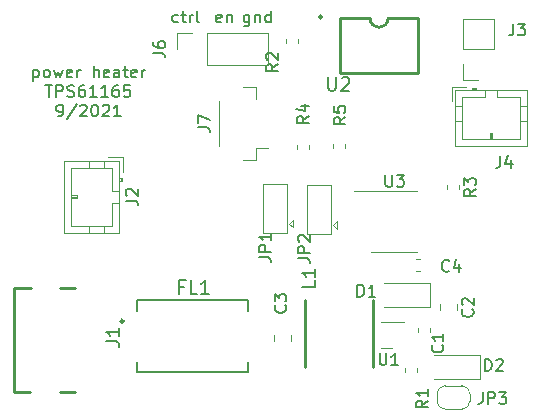
<source format=gto>
G04 #@! TF.GenerationSoftware,KiCad,Pcbnew,(5.1.5-0)*
G04 #@! TF.CreationDate,2022-05-19T14:53:53-06:00*
G04 #@! TF.ProjectId,TPS61165-heater-v5,54505336-3131-4363-952d-686561746572,rev?*
G04 #@! TF.SameCoordinates,Original*
G04 #@! TF.FileFunction,Legend,Top*
G04 #@! TF.FilePolarity,Positive*
%FSLAX46Y46*%
G04 Gerber Fmt 4.6, Leading zero omitted, Abs format (unit mm)*
G04 Created by KiCad (PCBNEW (5.1.5-0)) date 2022-05-19 14:53:53*
%MOMM*%
%LPD*%
G04 APERTURE LIST*
%ADD10C,0.150000*%
%ADD11C,0.254000*%
%ADD12C,0.120000*%
%ADD13C,0.250000*%
%ADD14C,0.152000*%
%ADD15O,1.902000X1.202000*%
%ADD16R,1.602000X0.902000*%
%ADD17R,1.602000X0.862000*%
%ADD18R,1.602000X0.802000*%
%ADD19C,0.100000*%
%ADD20R,1.002000X1.302000*%
%ADD21R,1.902000X1.702000*%
%ADD22R,5.402000X2.102000*%
%ADD23R,1.602000X1.102000*%
%ADD24O,1.802000X1.802000*%
%ADD25R,1.802000X1.802000*%
%ADD26R,2.927000X1.502000*%
%ADD27R,1.102000X1.702000*%
%ADD28O,1.302000X1.852000*%
%ADD29O,1.852000X1.302000*%
G04 APERTURE END LIST*
D10*
X135809523Y-56285714D02*
X135809523Y-57095238D01*
X135761904Y-57190476D01*
X135714285Y-57238095D01*
X135619047Y-57285714D01*
X135476190Y-57285714D01*
X135380952Y-57238095D01*
X135809523Y-56904761D02*
X135714285Y-56952380D01*
X135523809Y-56952380D01*
X135428571Y-56904761D01*
X135380952Y-56857142D01*
X135333333Y-56761904D01*
X135333333Y-56476190D01*
X135380952Y-56380952D01*
X135428571Y-56333333D01*
X135523809Y-56285714D01*
X135714285Y-56285714D01*
X135809523Y-56333333D01*
X136285714Y-56285714D02*
X136285714Y-56952380D01*
X136285714Y-56380952D02*
X136333333Y-56333333D01*
X136428571Y-56285714D01*
X136571428Y-56285714D01*
X136666666Y-56333333D01*
X136714285Y-56428571D01*
X136714285Y-56952380D01*
X137619047Y-56952380D02*
X137619047Y-55952380D01*
X137619047Y-56904761D02*
X137523809Y-56952380D01*
X137333333Y-56952380D01*
X137238095Y-56904761D01*
X137190476Y-56857142D01*
X137142857Y-56761904D01*
X137142857Y-56476190D01*
X137190476Y-56380952D01*
X137238095Y-56333333D01*
X137333333Y-56285714D01*
X137523809Y-56285714D01*
X137619047Y-56333333D01*
X133438095Y-56904761D02*
X133342857Y-56952380D01*
X133152380Y-56952380D01*
X133057142Y-56904761D01*
X133009523Y-56809523D01*
X133009523Y-56428571D01*
X133057142Y-56333333D01*
X133152380Y-56285714D01*
X133342857Y-56285714D01*
X133438095Y-56333333D01*
X133485714Y-56428571D01*
X133485714Y-56523809D01*
X133009523Y-56619047D01*
X133914285Y-56285714D02*
X133914285Y-56952380D01*
X133914285Y-56380952D02*
X133961904Y-56333333D01*
X134057142Y-56285714D01*
X134200000Y-56285714D01*
X134295238Y-56333333D01*
X134342857Y-56428571D01*
X134342857Y-56952380D01*
X129780952Y-56904761D02*
X129685714Y-56952380D01*
X129495238Y-56952380D01*
X129400000Y-56904761D01*
X129352380Y-56857142D01*
X129304761Y-56761904D01*
X129304761Y-56476190D01*
X129352380Y-56380952D01*
X129400000Y-56333333D01*
X129495238Y-56285714D01*
X129685714Y-56285714D01*
X129780952Y-56333333D01*
X130066666Y-56285714D02*
X130447619Y-56285714D01*
X130209523Y-55952380D02*
X130209523Y-56809523D01*
X130257142Y-56904761D01*
X130352380Y-56952380D01*
X130447619Y-56952380D01*
X130780952Y-56952380D02*
X130780952Y-56285714D01*
X130780952Y-56476190D02*
X130828571Y-56380952D01*
X130876190Y-56333333D01*
X130971428Y-56285714D01*
X131066666Y-56285714D01*
X131542857Y-56952380D02*
X131447619Y-56904761D01*
X131400000Y-56809523D01*
X131400000Y-55952380D01*
X117533333Y-60935714D02*
X117533333Y-61935714D01*
X117533333Y-60983333D02*
X117628571Y-60935714D01*
X117819047Y-60935714D01*
X117914285Y-60983333D01*
X117961904Y-61030952D01*
X118009523Y-61126190D01*
X118009523Y-61411904D01*
X117961904Y-61507142D01*
X117914285Y-61554761D01*
X117819047Y-61602380D01*
X117628571Y-61602380D01*
X117533333Y-61554761D01*
X118580952Y-61602380D02*
X118485714Y-61554761D01*
X118438095Y-61507142D01*
X118390476Y-61411904D01*
X118390476Y-61126190D01*
X118438095Y-61030952D01*
X118485714Y-60983333D01*
X118580952Y-60935714D01*
X118723809Y-60935714D01*
X118819047Y-60983333D01*
X118866666Y-61030952D01*
X118914285Y-61126190D01*
X118914285Y-61411904D01*
X118866666Y-61507142D01*
X118819047Y-61554761D01*
X118723809Y-61602380D01*
X118580952Y-61602380D01*
X119247619Y-60935714D02*
X119438095Y-61602380D01*
X119628571Y-61126190D01*
X119819047Y-61602380D01*
X120009523Y-60935714D01*
X120771428Y-61554761D02*
X120676190Y-61602380D01*
X120485714Y-61602380D01*
X120390476Y-61554761D01*
X120342857Y-61459523D01*
X120342857Y-61078571D01*
X120390476Y-60983333D01*
X120485714Y-60935714D01*
X120676190Y-60935714D01*
X120771428Y-60983333D01*
X120819047Y-61078571D01*
X120819047Y-61173809D01*
X120342857Y-61269047D01*
X121247619Y-61602380D02*
X121247619Y-60935714D01*
X121247619Y-61126190D02*
X121295238Y-61030952D01*
X121342857Y-60983333D01*
X121438095Y-60935714D01*
X121533333Y-60935714D01*
X122628571Y-61602380D02*
X122628571Y-60602380D01*
X123057142Y-61602380D02*
X123057142Y-61078571D01*
X123009523Y-60983333D01*
X122914285Y-60935714D01*
X122771428Y-60935714D01*
X122676190Y-60983333D01*
X122628571Y-61030952D01*
X123914285Y-61554761D02*
X123819047Y-61602380D01*
X123628571Y-61602380D01*
X123533333Y-61554761D01*
X123485714Y-61459523D01*
X123485714Y-61078571D01*
X123533333Y-60983333D01*
X123628571Y-60935714D01*
X123819047Y-60935714D01*
X123914285Y-60983333D01*
X123961904Y-61078571D01*
X123961904Y-61173809D01*
X123485714Y-61269047D01*
X124819047Y-61602380D02*
X124819047Y-61078571D01*
X124771428Y-60983333D01*
X124676190Y-60935714D01*
X124485714Y-60935714D01*
X124390476Y-60983333D01*
X124819047Y-61554761D02*
X124723809Y-61602380D01*
X124485714Y-61602380D01*
X124390476Y-61554761D01*
X124342857Y-61459523D01*
X124342857Y-61364285D01*
X124390476Y-61269047D01*
X124485714Y-61221428D01*
X124723809Y-61221428D01*
X124819047Y-61173809D01*
X125152380Y-60935714D02*
X125533333Y-60935714D01*
X125295238Y-60602380D02*
X125295238Y-61459523D01*
X125342857Y-61554761D01*
X125438095Y-61602380D01*
X125533333Y-61602380D01*
X126247619Y-61554761D02*
X126152380Y-61602380D01*
X125961904Y-61602380D01*
X125866666Y-61554761D01*
X125819047Y-61459523D01*
X125819047Y-61078571D01*
X125866666Y-60983333D01*
X125961904Y-60935714D01*
X126152380Y-60935714D01*
X126247619Y-60983333D01*
X126295238Y-61078571D01*
X126295238Y-61173809D01*
X125819047Y-61269047D01*
X126723809Y-61602380D02*
X126723809Y-60935714D01*
X126723809Y-61126190D02*
X126771428Y-61030952D01*
X126819047Y-60983333D01*
X126914285Y-60935714D01*
X127009523Y-60935714D01*
X118557142Y-62252380D02*
X119128571Y-62252380D01*
X118842857Y-63252380D02*
X118842857Y-62252380D01*
X119461904Y-63252380D02*
X119461904Y-62252380D01*
X119842857Y-62252380D01*
X119938095Y-62300000D01*
X119985714Y-62347619D01*
X120033333Y-62442857D01*
X120033333Y-62585714D01*
X119985714Y-62680952D01*
X119938095Y-62728571D01*
X119842857Y-62776190D01*
X119461904Y-62776190D01*
X120414285Y-63204761D02*
X120557142Y-63252380D01*
X120795238Y-63252380D01*
X120890476Y-63204761D01*
X120938095Y-63157142D01*
X120985714Y-63061904D01*
X120985714Y-62966666D01*
X120938095Y-62871428D01*
X120890476Y-62823809D01*
X120795238Y-62776190D01*
X120604761Y-62728571D01*
X120509523Y-62680952D01*
X120461904Y-62633333D01*
X120414285Y-62538095D01*
X120414285Y-62442857D01*
X120461904Y-62347619D01*
X120509523Y-62300000D01*
X120604761Y-62252380D01*
X120842857Y-62252380D01*
X120985714Y-62300000D01*
X121842857Y-62252380D02*
X121652380Y-62252380D01*
X121557142Y-62300000D01*
X121509523Y-62347619D01*
X121414285Y-62490476D01*
X121366666Y-62680952D01*
X121366666Y-63061904D01*
X121414285Y-63157142D01*
X121461904Y-63204761D01*
X121557142Y-63252380D01*
X121747619Y-63252380D01*
X121842857Y-63204761D01*
X121890476Y-63157142D01*
X121938095Y-63061904D01*
X121938095Y-62823809D01*
X121890476Y-62728571D01*
X121842857Y-62680952D01*
X121747619Y-62633333D01*
X121557142Y-62633333D01*
X121461904Y-62680952D01*
X121414285Y-62728571D01*
X121366666Y-62823809D01*
X122890476Y-63252380D02*
X122319047Y-63252380D01*
X122604761Y-63252380D02*
X122604761Y-62252380D01*
X122509523Y-62395238D01*
X122414285Y-62490476D01*
X122319047Y-62538095D01*
X123842857Y-63252380D02*
X123271428Y-63252380D01*
X123557142Y-63252380D02*
X123557142Y-62252380D01*
X123461904Y-62395238D01*
X123366666Y-62490476D01*
X123271428Y-62538095D01*
X124700000Y-62252380D02*
X124509523Y-62252380D01*
X124414285Y-62300000D01*
X124366666Y-62347619D01*
X124271428Y-62490476D01*
X124223809Y-62680952D01*
X124223809Y-63061904D01*
X124271428Y-63157142D01*
X124319047Y-63204761D01*
X124414285Y-63252380D01*
X124604761Y-63252380D01*
X124700000Y-63204761D01*
X124747619Y-63157142D01*
X124795238Y-63061904D01*
X124795238Y-62823809D01*
X124747619Y-62728571D01*
X124700000Y-62680952D01*
X124604761Y-62633333D01*
X124414285Y-62633333D01*
X124319047Y-62680952D01*
X124271428Y-62728571D01*
X124223809Y-62823809D01*
X125700000Y-62252380D02*
X125223809Y-62252380D01*
X125176190Y-62728571D01*
X125223809Y-62680952D01*
X125319047Y-62633333D01*
X125557142Y-62633333D01*
X125652380Y-62680952D01*
X125700000Y-62728571D01*
X125747619Y-62823809D01*
X125747619Y-63061904D01*
X125700000Y-63157142D01*
X125652380Y-63204761D01*
X125557142Y-63252380D01*
X125319047Y-63252380D01*
X125223809Y-63204761D01*
X125176190Y-63157142D01*
X119580952Y-64902380D02*
X119771428Y-64902380D01*
X119866666Y-64854761D01*
X119914285Y-64807142D01*
X120009523Y-64664285D01*
X120057142Y-64473809D01*
X120057142Y-64092857D01*
X120009523Y-63997619D01*
X119961904Y-63950000D01*
X119866666Y-63902380D01*
X119676190Y-63902380D01*
X119580952Y-63950000D01*
X119533333Y-63997619D01*
X119485714Y-64092857D01*
X119485714Y-64330952D01*
X119533333Y-64426190D01*
X119580952Y-64473809D01*
X119676190Y-64521428D01*
X119866666Y-64521428D01*
X119961904Y-64473809D01*
X120009523Y-64426190D01*
X120057142Y-64330952D01*
X121200000Y-63854761D02*
X120342857Y-65140476D01*
X121485714Y-63997619D02*
X121533333Y-63950000D01*
X121628571Y-63902380D01*
X121866666Y-63902380D01*
X121961904Y-63950000D01*
X122009523Y-63997619D01*
X122057142Y-64092857D01*
X122057142Y-64188095D01*
X122009523Y-64330952D01*
X121438095Y-64902380D01*
X122057142Y-64902380D01*
X122676190Y-63902380D02*
X122771428Y-63902380D01*
X122866666Y-63950000D01*
X122914285Y-63997619D01*
X122961904Y-64092857D01*
X123009523Y-64283333D01*
X123009523Y-64521428D01*
X122961904Y-64711904D01*
X122914285Y-64807142D01*
X122866666Y-64854761D01*
X122771428Y-64902380D01*
X122676190Y-64902380D01*
X122580952Y-64854761D01*
X122533333Y-64807142D01*
X122485714Y-64711904D01*
X122438095Y-64521428D01*
X122438095Y-64283333D01*
X122485714Y-64092857D01*
X122533333Y-63997619D01*
X122580952Y-63950000D01*
X122676190Y-63902380D01*
X123390476Y-63997619D02*
X123438095Y-63950000D01*
X123533333Y-63902380D01*
X123771428Y-63902380D01*
X123866666Y-63950000D01*
X123914285Y-63997619D01*
X123961904Y-64092857D01*
X123961904Y-64188095D01*
X123914285Y-64330952D01*
X123342857Y-64902380D01*
X123961904Y-64902380D01*
X124914285Y-64902380D02*
X124342857Y-64902380D01*
X124628571Y-64902380D02*
X124628571Y-63902380D01*
X124533333Y-64045238D01*
X124438095Y-64140476D01*
X124342857Y-64188095D01*
D11*
X121063000Y-88200000D02*
X119823000Y-88200000D01*
X121015000Y-79400000D02*
X119775000Y-79400000D01*
X115924000Y-88209000D02*
X117275000Y-88209000D01*
X115925000Y-79400000D02*
X117305000Y-79400000D01*
X115925000Y-79390000D02*
X115925000Y-88210000D01*
D12*
X152590000Y-70728733D02*
X152590000Y-71071267D01*
X153610000Y-70728733D02*
X153610000Y-71071267D01*
X148100000Y-71240000D02*
X144650000Y-71240000D01*
X148100000Y-71240000D02*
X150050000Y-71240000D01*
X148100000Y-76360000D02*
X146150000Y-76360000D01*
X148100000Y-76360000D02*
X150050000Y-76360000D01*
X152400000Y-87700000D02*
X153800000Y-87700000D01*
X154500000Y-88400000D02*
X154500000Y-89000000D01*
X153800000Y-89700000D02*
X152400000Y-89700000D01*
X151700000Y-89000000D02*
X151700000Y-88400000D01*
X151700000Y-88400000D02*
G75*
G02X152400000Y-87700000I700000J0D01*
G01*
X152400000Y-89700000D02*
G75*
G02X151700000Y-89000000I0J700000D01*
G01*
X154500000Y-89000000D02*
G75*
G02X153800000Y-89700000I-700000J0D01*
G01*
X153800000Y-87700000D02*
G75*
G02X154500000Y-88400000I0J-700000D01*
G01*
X155350000Y-87100000D02*
X151450000Y-87100000D01*
X155350000Y-85100000D02*
X151450000Y-85100000D01*
X155350000Y-87100000D02*
X155350000Y-85100000D01*
D11*
X141974000Y-56487000D02*
G75*
G03X141974000Y-56487000I-127000J0D01*
G01*
X146038000Y-56598000D02*
G75*
G03X147562000Y-56600000I762000J-1000D01*
G01*
X150100000Y-61200000D02*
X143500000Y-61200000D01*
X150100000Y-56600000D02*
X150100000Y-61200000D01*
X143500000Y-61200000D02*
X143500000Y-56600000D01*
X150100000Y-56600000D02*
X147562000Y-56600000D01*
X143500000Y-56600000D02*
X146038000Y-56600000D01*
X140500000Y-86150000D02*
X140500000Y-80450000D01*
X146300000Y-86150000D02*
X146300000Y-80450000D01*
D12*
X140700000Y-74850000D02*
X140700000Y-70750000D01*
X140700000Y-70750000D02*
X142700000Y-70750000D01*
X142700000Y-70750000D02*
X142700000Y-74850000D01*
X142700000Y-74850000D02*
X140700000Y-74850000D01*
X142900000Y-74100000D02*
X143200000Y-74400000D01*
X143200000Y-74400000D02*
X143200000Y-73800000D01*
X142900000Y-74100000D02*
X143200000Y-73800000D01*
X137000000Y-74750000D02*
X137000000Y-70650000D01*
X137000000Y-70650000D02*
X139000000Y-70650000D01*
X139000000Y-70650000D02*
X139000000Y-74750000D01*
X139000000Y-74750000D02*
X137000000Y-74750000D01*
X139200000Y-74000000D02*
X139500000Y-74300000D01*
X139500000Y-74300000D02*
X139500000Y-73700000D01*
X139200000Y-74000000D02*
X139500000Y-73700000D01*
X143910000Y-67571267D02*
X143910000Y-67228733D01*
X142890000Y-67571267D02*
X142890000Y-67228733D01*
X140910000Y-67671267D02*
X140910000Y-67328733D01*
X139890000Y-67671267D02*
X139890000Y-67328733D01*
X133290000Y-67440000D02*
X133290000Y-63560000D01*
X136410000Y-62390000D02*
X136410000Y-63440000D01*
X135260000Y-62390000D02*
X136410000Y-62390000D01*
X136410000Y-67560000D02*
X137400000Y-67560000D01*
X136410000Y-68610000D02*
X136410000Y-67560000D01*
X135260000Y-68610000D02*
X136410000Y-68610000D01*
X149928733Y-78010000D02*
X150271267Y-78010000D01*
X149928733Y-76990000D02*
X150271267Y-76990000D01*
X139910000Y-58671267D02*
X139910000Y-58328733D01*
X138890000Y-58671267D02*
X138890000Y-58328733D01*
X129670000Y-59200000D02*
X129670000Y-57870000D01*
X129670000Y-57870000D02*
X131000000Y-57870000D01*
X132270000Y-57870000D02*
X137410000Y-57870000D01*
X137410000Y-60530000D02*
X137410000Y-57870000D01*
X132270000Y-60530000D02*
X137410000Y-60530000D01*
X132270000Y-60530000D02*
X132270000Y-57870000D01*
D13*
X125175000Y-82230000D02*
G75*
G03X125175000Y-82230000I-125000J0D01*
G01*
D14*
X135676000Y-86576000D02*
X135676000Y-85660000D01*
X135676000Y-86576000D02*
X135676000Y-86576000D01*
X126324000Y-86576000D02*
X135676000Y-86576000D01*
X126324000Y-86576000D02*
X126324000Y-86576000D01*
X126324000Y-85660000D02*
X126324000Y-86576000D01*
X135676000Y-80424000D02*
X135676000Y-81340000D01*
X135676000Y-80424000D02*
X135676000Y-80424000D01*
X126324000Y-80424000D02*
X135676000Y-80424000D01*
X126324000Y-80424000D02*
X126324000Y-80424000D01*
X126324000Y-81340000D02*
X126324000Y-80424000D01*
D12*
X148930000Y-82320000D02*
X146930000Y-82320000D01*
X147930000Y-84540000D02*
X146930000Y-84540000D01*
X148990000Y-86228733D02*
X148990000Y-86571267D01*
X150010000Y-86228733D02*
X150010000Y-86571267D01*
X152940000Y-62390000D02*
X152940000Y-63640000D01*
X154190000Y-62390000D02*
X152940000Y-62390000D01*
X156300000Y-66800000D02*
X156300000Y-66300000D01*
X156400000Y-66300000D02*
X156400000Y-66800000D01*
X156200000Y-66300000D02*
X156400000Y-66300000D01*
X156200000Y-66800000D02*
X156200000Y-66300000D01*
X159360000Y-65300000D02*
X158750000Y-65300000D01*
X159360000Y-64000000D02*
X158750000Y-64000000D01*
X153240000Y-65300000D02*
X153850000Y-65300000D01*
X153240000Y-64000000D02*
X153850000Y-64000000D01*
X156800000Y-63300000D02*
X156800000Y-62690000D01*
X158750000Y-63300000D02*
X156800000Y-63300000D01*
X158750000Y-66800000D02*
X158750000Y-63300000D01*
X153850000Y-66800000D02*
X158750000Y-66800000D01*
X153850000Y-63300000D02*
X153850000Y-66800000D01*
X155800000Y-63300000D02*
X153850000Y-63300000D01*
X155800000Y-62690000D02*
X155800000Y-63300000D01*
X155000000Y-62590000D02*
X154700000Y-62590000D01*
X154700000Y-62490000D02*
X154700000Y-62690000D01*
X155000000Y-62490000D02*
X154700000Y-62490000D01*
X155000000Y-62690000D02*
X155000000Y-62490000D01*
X159360000Y-62690000D02*
X153240000Y-62690000D01*
X159360000Y-67410000D02*
X159360000Y-62690000D01*
X153240000Y-67410000D02*
X159360000Y-67410000D01*
X153240000Y-62690000D02*
X153240000Y-67410000D01*
X155200000Y-61830000D02*
X153870000Y-61830000D01*
X153870000Y-61830000D02*
X153870000Y-60500000D01*
X153870000Y-59230000D02*
X153870000Y-56630000D01*
X156530000Y-56630000D02*
X153870000Y-56630000D01*
X156530000Y-59230000D02*
X156530000Y-56630000D01*
X156530000Y-59230000D02*
X153870000Y-59230000D01*
X125110000Y-68340000D02*
X123860000Y-68340000D01*
X125110000Y-69590000D02*
X125110000Y-68340000D01*
X120700000Y-71700000D02*
X121200000Y-71700000D01*
X121200000Y-71800000D02*
X120700000Y-71800000D01*
X121200000Y-71600000D02*
X121200000Y-71800000D01*
X120700000Y-71600000D02*
X121200000Y-71600000D01*
X122200000Y-74760000D02*
X122200000Y-74150000D01*
X123500000Y-74760000D02*
X123500000Y-74150000D01*
X122200000Y-68640000D02*
X122200000Y-69250000D01*
X123500000Y-68640000D02*
X123500000Y-69250000D01*
X124200000Y-72200000D02*
X124810000Y-72200000D01*
X124200000Y-74150000D02*
X124200000Y-72200000D01*
X120700000Y-74150000D02*
X124200000Y-74150000D01*
X120700000Y-69250000D02*
X120700000Y-74150000D01*
X124200000Y-69250000D02*
X120700000Y-69250000D01*
X124200000Y-71200000D02*
X124200000Y-69250000D01*
X124810000Y-71200000D02*
X124200000Y-71200000D01*
X124910000Y-70400000D02*
X124910000Y-70100000D01*
X125010000Y-70100000D02*
X124810000Y-70100000D01*
X125010000Y-70400000D02*
X125010000Y-70100000D01*
X124810000Y-70400000D02*
X125010000Y-70400000D01*
X124810000Y-74760000D02*
X124810000Y-68640000D01*
X120090000Y-74760000D02*
X124810000Y-74760000D01*
X120090000Y-68640000D02*
X120090000Y-74760000D01*
X124810000Y-68640000D02*
X120090000Y-68640000D01*
X151150000Y-81000000D02*
X147250000Y-81000000D01*
X151150000Y-79000000D02*
X147250000Y-79000000D01*
X151150000Y-81000000D02*
X151150000Y-79000000D01*
X139310000Y-83961252D02*
X139310000Y-83438748D01*
X137890000Y-83961252D02*
X137890000Y-83438748D01*
X151990000Y-80813748D02*
X151990000Y-81336252D01*
X153410000Y-80813748D02*
X153410000Y-81336252D01*
X151110000Y-83171267D02*
X151110000Y-82828733D01*
X150090000Y-83171267D02*
X150090000Y-82828733D01*
D14*
X123674071Y-83959514D02*
X124490500Y-83959514D01*
X124653785Y-84013942D01*
X124762642Y-84122800D01*
X124817071Y-84286085D01*
X124817071Y-84394942D01*
X124817071Y-82816514D02*
X124817071Y-83469657D01*
X124817071Y-83143085D02*
X123674071Y-83143085D01*
X123837357Y-83251942D01*
X123946214Y-83360800D01*
X124000642Y-83469657D01*
D10*
X154982380Y-71066666D02*
X154506190Y-71400000D01*
X154982380Y-71638095D02*
X153982380Y-71638095D01*
X153982380Y-71257142D01*
X154030000Y-71161904D01*
X154077619Y-71114285D01*
X154172857Y-71066666D01*
X154315714Y-71066666D01*
X154410952Y-71114285D01*
X154458571Y-71161904D01*
X154506190Y-71257142D01*
X154506190Y-71638095D01*
X153982380Y-70733333D02*
X153982380Y-70114285D01*
X154363333Y-70447619D01*
X154363333Y-70304761D01*
X154410952Y-70209523D01*
X154458571Y-70161904D01*
X154553809Y-70114285D01*
X154791904Y-70114285D01*
X154887142Y-70161904D01*
X154934761Y-70209523D01*
X154982380Y-70304761D01*
X154982380Y-70590476D01*
X154934761Y-70685714D01*
X154887142Y-70733333D01*
X147338095Y-69852380D02*
X147338095Y-70661904D01*
X147385714Y-70757142D01*
X147433333Y-70804761D01*
X147528571Y-70852380D01*
X147719047Y-70852380D01*
X147814285Y-70804761D01*
X147861904Y-70757142D01*
X147909523Y-70661904D01*
X147909523Y-69852380D01*
X148290476Y-69852380D02*
X148909523Y-69852380D01*
X148576190Y-70233333D01*
X148719047Y-70233333D01*
X148814285Y-70280952D01*
X148861904Y-70328571D01*
X148909523Y-70423809D01*
X148909523Y-70661904D01*
X148861904Y-70757142D01*
X148814285Y-70804761D01*
X148719047Y-70852380D01*
X148433333Y-70852380D01*
X148338095Y-70804761D01*
X148290476Y-70757142D01*
X155566666Y-88252380D02*
X155566666Y-88966666D01*
X155519047Y-89109523D01*
X155423809Y-89204761D01*
X155280952Y-89252380D01*
X155185714Y-89252380D01*
X156042857Y-89252380D02*
X156042857Y-88252380D01*
X156423809Y-88252380D01*
X156519047Y-88300000D01*
X156566666Y-88347619D01*
X156614285Y-88442857D01*
X156614285Y-88585714D01*
X156566666Y-88680952D01*
X156519047Y-88728571D01*
X156423809Y-88776190D01*
X156042857Y-88776190D01*
X156947619Y-88252380D02*
X157566666Y-88252380D01*
X157233333Y-88633333D01*
X157376190Y-88633333D01*
X157471428Y-88680952D01*
X157519047Y-88728571D01*
X157566666Y-88823809D01*
X157566666Y-89061904D01*
X157519047Y-89157142D01*
X157471428Y-89204761D01*
X157376190Y-89252380D01*
X157090476Y-89252380D01*
X156995238Y-89204761D01*
X156947619Y-89157142D01*
X155761904Y-86452380D02*
X155761904Y-85452380D01*
X156000000Y-85452380D01*
X156142857Y-85500000D01*
X156238095Y-85595238D01*
X156285714Y-85690476D01*
X156333333Y-85880952D01*
X156333333Y-86023809D01*
X156285714Y-86214285D01*
X156238095Y-86309523D01*
X156142857Y-86404761D01*
X156000000Y-86452380D01*
X155761904Y-86452380D01*
X156714285Y-85547619D02*
X156761904Y-85500000D01*
X156857142Y-85452380D01*
X157095238Y-85452380D01*
X157190476Y-85500000D01*
X157238095Y-85547619D01*
X157285714Y-85642857D01*
X157285714Y-85738095D01*
X157238095Y-85880952D01*
X156666666Y-86452380D01*
X157285714Y-86452380D01*
D14*
X142487342Y-61574071D02*
X142487342Y-62499357D01*
X142541771Y-62608214D01*
X142596200Y-62662642D01*
X142705057Y-62717071D01*
X142922771Y-62717071D01*
X143031628Y-62662642D01*
X143086057Y-62608214D01*
X143140485Y-62499357D01*
X143140485Y-61574071D01*
X143630342Y-61682928D02*
X143684771Y-61628500D01*
X143793628Y-61574071D01*
X144065771Y-61574071D01*
X144174628Y-61628500D01*
X144229057Y-61682928D01*
X144283485Y-61791785D01*
X144283485Y-61900642D01*
X144229057Y-62063928D01*
X143575914Y-62717071D01*
X144283485Y-62717071D01*
X141417071Y-78784771D02*
X141417071Y-79329057D01*
X140274071Y-79329057D01*
X141417071Y-77805057D02*
X141417071Y-78458200D01*
X141417071Y-78131628D02*
X140274071Y-78131628D01*
X140437357Y-78240485D01*
X140546214Y-78349342D01*
X140600642Y-78458200D01*
D10*
X139952380Y-76933333D02*
X140666666Y-76933333D01*
X140809523Y-76980952D01*
X140904761Y-77076190D01*
X140952380Y-77219047D01*
X140952380Y-77314285D01*
X140952380Y-76457142D02*
X139952380Y-76457142D01*
X139952380Y-76076190D01*
X140000000Y-75980952D01*
X140047619Y-75933333D01*
X140142857Y-75885714D01*
X140285714Y-75885714D01*
X140380952Y-75933333D01*
X140428571Y-75980952D01*
X140476190Y-76076190D01*
X140476190Y-76457142D01*
X140047619Y-75504761D02*
X140000000Y-75457142D01*
X139952380Y-75361904D01*
X139952380Y-75123809D01*
X140000000Y-75028571D01*
X140047619Y-74980952D01*
X140142857Y-74933333D01*
X140238095Y-74933333D01*
X140380952Y-74980952D01*
X140952380Y-75552380D01*
X140952380Y-74933333D01*
X136652380Y-76833333D02*
X137366666Y-76833333D01*
X137509523Y-76880952D01*
X137604761Y-76976190D01*
X137652380Y-77119047D01*
X137652380Y-77214285D01*
X137652380Y-76357142D02*
X136652380Y-76357142D01*
X136652380Y-75976190D01*
X136700000Y-75880952D01*
X136747619Y-75833333D01*
X136842857Y-75785714D01*
X136985714Y-75785714D01*
X137080952Y-75833333D01*
X137128571Y-75880952D01*
X137176190Y-75976190D01*
X137176190Y-76357142D01*
X137652380Y-74833333D02*
X137652380Y-75404761D01*
X137652380Y-75119047D02*
X136652380Y-75119047D01*
X136795238Y-75214285D01*
X136890476Y-75309523D01*
X136938095Y-75404761D01*
X143952380Y-64966666D02*
X143476190Y-65300000D01*
X143952380Y-65538095D02*
X142952380Y-65538095D01*
X142952380Y-65157142D01*
X143000000Y-65061904D01*
X143047619Y-65014285D01*
X143142857Y-64966666D01*
X143285714Y-64966666D01*
X143380952Y-65014285D01*
X143428571Y-65061904D01*
X143476190Y-65157142D01*
X143476190Y-65538095D01*
X142952380Y-64061904D02*
X142952380Y-64538095D01*
X143428571Y-64585714D01*
X143380952Y-64538095D01*
X143333333Y-64442857D01*
X143333333Y-64204761D01*
X143380952Y-64109523D01*
X143428571Y-64061904D01*
X143523809Y-64014285D01*
X143761904Y-64014285D01*
X143857142Y-64061904D01*
X143904761Y-64109523D01*
X143952380Y-64204761D01*
X143952380Y-64442857D01*
X143904761Y-64538095D01*
X143857142Y-64585714D01*
X140852380Y-64866666D02*
X140376190Y-65200000D01*
X140852380Y-65438095D02*
X139852380Y-65438095D01*
X139852380Y-65057142D01*
X139900000Y-64961904D01*
X139947619Y-64914285D01*
X140042857Y-64866666D01*
X140185714Y-64866666D01*
X140280952Y-64914285D01*
X140328571Y-64961904D01*
X140376190Y-65057142D01*
X140376190Y-65438095D01*
X140185714Y-64009523D02*
X140852380Y-64009523D01*
X139804761Y-64247619D02*
X140519047Y-64485714D01*
X140519047Y-63866666D01*
X131452380Y-65833333D02*
X132166666Y-65833333D01*
X132309523Y-65880952D01*
X132404761Y-65976190D01*
X132452380Y-66119047D01*
X132452380Y-66214285D01*
X131452380Y-65452380D02*
X131452380Y-64785714D01*
X132452380Y-65214285D01*
X152733333Y-77957142D02*
X152685714Y-78004761D01*
X152542857Y-78052380D01*
X152447619Y-78052380D01*
X152304761Y-78004761D01*
X152209523Y-77909523D01*
X152161904Y-77814285D01*
X152114285Y-77623809D01*
X152114285Y-77480952D01*
X152161904Y-77290476D01*
X152209523Y-77195238D01*
X152304761Y-77100000D01*
X152447619Y-77052380D01*
X152542857Y-77052380D01*
X152685714Y-77100000D01*
X152733333Y-77147619D01*
X153590476Y-77385714D02*
X153590476Y-78052380D01*
X153352380Y-77004761D02*
X153114285Y-77719047D01*
X153733333Y-77719047D01*
X138252380Y-60466666D02*
X137776190Y-60800000D01*
X138252380Y-61038095D02*
X137252380Y-61038095D01*
X137252380Y-60657142D01*
X137300000Y-60561904D01*
X137347619Y-60514285D01*
X137442857Y-60466666D01*
X137585714Y-60466666D01*
X137680952Y-60514285D01*
X137728571Y-60561904D01*
X137776190Y-60657142D01*
X137776190Y-61038095D01*
X137347619Y-60085714D02*
X137300000Y-60038095D01*
X137252380Y-59942857D01*
X137252380Y-59704761D01*
X137300000Y-59609523D01*
X137347619Y-59561904D01*
X137442857Y-59514285D01*
X137538095Y-59514285D01*
X137680952Y-59561904D01*
X138252380Y-60133333D01*
X138252380Y-59514285D01*
X127682380Y-59533333D02*
X128396666Y-59533333D01*
X128539523Y-59580952D01*
X128634761Y-59676190D01*
X128682380Y-59819047D01*
X128682380Y-59914285D01*
X127682380Y-58628571D02*
X127682380Y-58819047D01*
X127730000Y-58914285D01*
X127777619Y-58961904D01*
X127920476Y-59057142D01*
X128110952Y-59104761D01*
X128491904Y-59104761D01*
X128587142Y-59057142D01*
X128634761Y-59009523D01*
X128682380Y-58914285D01*
X128682380Y-58723809D01*
X128634761Y-58628571D01*
X128587142Y-58580952D01*
X128491904Y-58533333D01*
X128253809Y-58533333D01*
X128158571Y-58580952D01*
X128110952Y-58628571D01*
X128063333Y-58723809D01*
X128063333Y-58914285D01*
X128110952Y-59009523D01*
X128158571Y-59057142D01*
X128253809Y-59104761D01*
D14*
X130251942Y-79318357D02*
X129870942Y-79318357D01*
X129870942Y-79917071D02*
X129870942Y-78774071D01*
X130415228Y-78774071D01*
X131394942Y-79917071D02*
X130850657Y-79917071D01*
X130850657Y-78774071D01*
X132374657Y-79917071D02*
X131721514Y-79917071D01*
X132048085Y-79917071D02*
X132048085Y-78774071D01*
X131939228Y-78937357D01*
X131830371Y-79046214D01*
X131721514Y-79100642D01*
D10*
X146838095Y-84952380D02*
X146838095Y-85761904D01*
X146885714Y-85857142D01*
X146933333Y-85904761D01*
X147028571Y-85952380D01*
X147219047Y-85952380D01*
X147314285Y-85904761D01*
X147361904Y-85857142D01*
X147409523Y-85761904D01*
X147409523Y-84952380D01*
X148409523Y-85952380D02*
X147838095Y-85952380D01*
X148123809Y-85952380D02*
X148123809Y-84952380D01*
X148028571Y-85095238D01*
X147933333Y-85190476D01*
X147838095Y-85238095D01*
X150952380Y-88966666D02*
X150476190Y-89300000D01*
X150952380Y-89538095D02*
X149952380Y-89538095D01*
X149952380Y-89157142D01*
X150000000Y-89061904D01*
X150047619Y-89014285D01*
X150142857Y-88966666D01*
X150285714Y-88966666D01*
X150380952Y-89014285D01*
X150428571Y-89061904D01*
X150476190Y-89157142D01*
X150476190Y-89538095D01*
X150952380Y-88014285D02*
X150952380Y-88585714D01*
X150952380Y-88300000D02*
X149952380Y-88300000D01*
X150095238Y-88395238D01*
X150190476Y-88490476D01*
X150238095Y-88585714D01*
X157066666Y-68252380D02*
X157066666Y-68966666D01*
X157019047Y-69109523D01*
X156923809Y-69204761D01*
X156780952Y-69252380D01*
X156685714Y-69252380D01*
X157971428Y-68585714D02*
X157971428Y-69252380D01*
X157733333Y-68204761D02*
X157495238Y-68919047D01*
X158114285Y-68919047D01*
X158166666Y-57052380D02*
X158166666Y-57766666D01*
X158119047Y-57909523D01*
X158023809Y-58004761D01*
X157880952Y-58052380D01*
X157785714Y-58052380D01*
X158547619Y-57052380D02*
X159166666Y-57052380D01*
X158833333Y-57433333D01*
X158976190Y-57433333D01*
X159071428Y-57480952D01*
X159119047Y-57528571D01*
X159166666Y-57623809D01*
X159166666Y-57861904D01*
X159119047Y-57957142D01*
X159071428Y-58004761D01*
X158976190Y-58052380D01*
X158690476Y-58052380D01*
X158595238Y-58004761D01*
X158547619Y-57957142D01*
X125352380Y-72033333D02*
X126066666Y-72033333D01*
X126209523Y-72080952D01*
X126304761Y-72176190D01*
X126352380Y-72319047D01*
X126352380Y-72414285D01*
X125447619Y-71604761D02*
X125400000Y-71557142D01*
X125352380Y-71461904D01*
X125352380Y-71223809D01*
X125400000Y-71128571D01*
X125447619Y-71080952D01*
X125542857Y-71033333D01*
X125638095Y-71033333D01*
X125780952Y-71080952D01*
X126352380Y-71652380D01*
X126352380Y-71033333D01*
X144961904Y-80152380D02*
X144961904Y-79152380D01*
X145200000Y-79152380D01*
X145342857Y-79200000D01*
X145438095Y-79295238D01*
X145485714Y-79390476D01*
X145533333Y-79580952D01*
X145533333Y-79723809D01*
X145485714Y-79914285D01*
X145438095Y-80009523D01*
X145342857Y-80104761D01*
X145200000Y-80152380D01*
X144961904Y-80152380D01*
X146485714Y-80152380D02*
X145914285Y-80152380D01*
X146200000Y-80152380D02*
X146200000Y-79152380D01*
X146104761Y-79295238D01*
X146009523Y-79390476D01*
X145914285Y-79438095D01*
X138857142Y-80891666D02*
X138904761Y-80939285D01*
X138952380Y-81082142D01*
X138952380Y-81177380D01*
X138904761Y-81320238D01*
X138809523Y-81415476D01*
X138714285Y-81463095D01*
X138523809Y-81510714D01*
X138380952Y-81510714D01*
X138190476Y-81463095D01*
X138095238Y-81415476D01*
X138000000Y-81320238D01*
X137952380Y-81177380D01*
X137952380Y-81082142D01*
X138000000Y-80939285D01*
X138047619Y-80891666D01*
X137952380Y-80558333D02*
X137952380Y-79939285D01*
X138333333Y-80272619D01*
X138333333Y-80129761D01*
X138380952Y-80034523D01*
X138428571Y-79986904D01*
X138523809Y-79939285D01*
X138761904Y-79939285D01*
X138857142Y-79986904D01*
X138904761Y-80034523D01*
X138952380Y-80129761D01*
X138952380Y-80415476D01*
X138904761Y-80510714D01*
X138857142Y-80558333D01*
X154707142Y-81241666D02*
X154754761Y-81289285D01*
X154802380Y-81432142D01*
X154802380Y-81527380D01*
X154754761Y-81670238D01*
X154659523Y-81765476D01*
X154564285Y-81813095D01*
X154373809Y-81860714D01*
X154230952Y-81860714D01*
X154040476Y-81813095D01*
X153945238Y-81765476D01*
X153850000Y-81670238D01*
X153802380Y-81527380D01*
X153802380Y-81432142D01*
X153850000Y-81289285D01*
X153897619Y-81241666D01*
X153897619Y-80860714D02*
X153850000Y-80813095D01*
X153802380Y-80717857D01*
X153802380Y-80479761D01*
X153850000Y-80384523D01*
X153897619Y-80336904D01*
X153992857Y-80289285D01*
X154088095Y-80289285D01*
X154230952Y-80336904D01*
X154802380Y-80908333D01*
X154802380Y-80289285D01*
X152157142Y-84266666D02*
X152204761Y-84314285D01*
X152252380Y-84457142D01*
X152252380Y-84552380D01*
X152204761Y-84695238D01*
X152109523Y-84790476D01*
X152014285Y-84838095D01*
X151823809Y-84885714D01*
X151680952Y-84885714D01*
X151490476Y-84838095D01*
X151395238Y-84790476D01*
X151300000Y-84695238D01*
X151252380Y-84552380D01*
X151252380Y-84457142D01*
X151300000Y-84314285D01*
X151347619Y-84266666D01*
X152252380Y-83314285D02*
X152252380Y-83885714D01*
X152252380Y-83600000D02*
X151252380Y-83600000D01*
X151395238Y-83695238D01*
X151490476Y-83790476D01*
X151538095Y-83885714D01*
%LPC*%
D15*
X118525000Y-79480000D03*
X118525000Y-88120000D03*
X122325000Y-79480000D03*
X122325000Y-88120000D03*
D16*
X122475000Y-81050000D03*
D17*
X122475000Y-82280000D03*
D18*
X122475000Y-83300000D03*
X122475000Y-84300000D03*
D17*
X122475000Y-85320000D03*
D16*
X122475000Y-86550000D03*
D19*
G36*
X153388779Y-71200266D02*
G01*
X153414309Y-71204053D01*
X153439345Y-71210325D01*
X153463646Y-71219020D01*
X153486977Y-71230055D01*
X153509115Y-71243323D01*
X153529845Y-71258698D01*
X153548969Y-71276031D01*
X153566302Y-71295155D01*
X153581677Y-71315885D01*
X153594945Y-71338023D01*
X153605980Y-71361354D01*
X153614675Y-71385655D01*
X153620947Y-71410691D01*
X153624734Y-71436221D01*
X153626000Y-71462000D01*
X153626000Y-72088000D01*
X153624734Y-72113779D01*
X153620947Y-72139309D01*
X153614675Y-72164345D01*
X153605980Y-72188646D01*
X153594945Y-72211977D01*
X153581677Y-72234115D01*
X153566302Y-72254845D01*
X153548969Y-72273969D01*
X153529845Y-72291302D01*
X153509115Y-72306677D01*
X153486977Y-72319945D01*
X153463646Y-72330980D01*
X153439345Y-72339675D01*
X153414309Y-72345947D01*
X153388779Y-72349734D01*
X153363000Y-72351000D01*
X152837000Y-72351000D01*
X152811221Y-72349734D01*
X152785691Y-72345947D01*
X152760655Y-72339675D01*
X152736354Y-72330980D01*
X152713023Y-72319945D01*
X152690885Y-72306677D01*
X152670155Y-72291302D01*
X152651031Y-72273969D01*
X152633698Y-72254845D01*
X152618323Y-72234115D01*
X152605055Y-72211977D01*
X152594020Y-72188646D01*
X152585325Y-72164345D01*
X152579053Y-72139309D01*
X152575266Y-72113779D01*
X152574000Y-72088000D01*
X152574000Y-71462000D01*
X152575266Y-71436221D01*
X152579053Y-71410691D01*
X152585325Y-71385655D01*
X152594020Y-71361354D01*
X152605055Y-71338023D01*
X152618323Y-71315885D01*
X152633698Y-71295155D01*
X152651031Y-71276031D01*
X152670155Y-71258698D01*
X152690885Y-71243323D01*
X152713023Y-71230055D01*
X152736354Y-71219020D01*
X152760655Y-71210325D01*
X152785691Y-71204053D01*
X152811221Y-71200266D01*
X152837000Y-71199000D01*
X153363000Y-71199000D01*
X153388779Y-71200266D01*
G37*
G36*
X153388779Y-69450266D02*
G01*
X153414309Y-69454053D01*
X153439345Y-69460325D01*
X153463646Y-69469020D01*
X153486977Y-69480055D01*
X153509115Y-69493323D01*
X153529845Y-69508698D01*
X153548969Y-69526031D01*
X153566302Y-69545155D01*
X153581677Y-69565885D01*
X153594945Y-69588023D01*
X153605980Y-69611354D01*
X153614675Y-69635655D01*
X153620947Y-69660691D01*
X153624734Y-69686221D01*
X153626000Y-69712000D01*
X153626000Y-70338000D01*
X153624734Y-70363779D01*
X153620947Y-70389309D01*
X153614675Y-70414345D01*
X153605980Y-70438646D01*
X153594945Y-70461977D01*
X153581677Y-70484115D01*
X153566302Y-70504845D01*
X153548969Y-70523969D01*
X153529845Y-70541302D01*
X153509115Y-70556677D01*
X153486977Y-70569945D01*
X153463646Y-70580980D01*
X153439345Y-70589675D01*
X153414309Y-70595947D01*
X153388779Y-70599734D01*
X153363000Y-70601000D01*
X152837000Y-70601000D01*
X152811221Y-70599734D01*
X152785691Y-70595947D01*
X152760655Y-70589675D01*
X152736354Y-70580980D01*
X152713023Y-70569945D01*
X152690885Y-70556677D01*
X152670155Y-70541302D01*
X152651031Y-70523969D01*
X152633698Y-70504845D01*
X152618323Y-70484115D01*
X152605055Y-70461977D01*
X152594020Y-70438646D01*
X152585325Y-70414345D01*
X152579053Y-70389309D01*
X152575266Y-70363779D01*
X152574000Y-70338000D01*
X152574000Y-69712000D01*
X152575266Y-69686221D01*
X152579053Y-69660691D01*
X152585325Y-69635655D01*
X152594020Y-69611354D01*
X152605055Y-69588023D01*
X152618323Y-69565885D01*
X152633698Y-69545155D01*
X152651031Y-69526031D01*
X152670155Y-69508698D01*
X152690885Y-69493323D01*
X152713023Y-69480055D01*
X152736354Y-69469020D01*
X152760655Y-69460325D01*
X152785691Y-69454053D01*
X152811221Y-69450266D01*
X152837000Y-69449000D01*
X153363000Y-69449000D01*
X153388779Y-69450266D01*
G37*
G36*
X151442702Y-71544845D02*
G01*
X151459738Y-71547372D01*
X151476445Y-71551557D01*
X151492661Y-71557359D01*
X151508230Y-71564723D01*
X151523003Y-71573577D01*
X151536836Y-71583837D01*
X151549597Y-71595403D01*
X151561163Y-71608164D01*
X151571423Y-71621997D01*
X151580277Y-71636770D01*
X151587641Y-71652339D01*
X151593443Y-71668555D01*
X151597628Y-71685262D01*
X151600155Y-71702298D01*
X151601000Y-71719500D01*
X151601000Y-72070500D01*
X151600155Y-72087702D01*
X151597628Y-72104738D01*
X151593443Y-72121445D01*
X151587641Y-72137661D01*
X151580277Y-72153230D01*
X151571423Y-72168003D01*
X151561163Y-72181836D01*
X151549597Y-72194597D01*
X151536836Y-72206163D01*
X151523003Y-72216423D01*
X151508230Y-72225277D01*
X151492661Y-72232641D01*
X151476445Y-72238443D01*
X151459738Y-72242628D01*
X151442702Y-72245155D01*
X151425500Y-72246000D01*
X149724500Y-72246000D01*
X149707298Y-72245155D01*
X149690262Y-72242628D01*
X149673555Y-72238443D01*
X149657339Y-72232641D01*
X149641770Y-72225277D01*
X149626997Y-72216423D01*
X149613164Y-72206163D01*
X149600403Y-72194597D01*
X149588837Y-72181836D01*
X149578577Y-72168003D01*
X149569723Y-72153230D01*
X149562359Y-72137661D01*
X149556557Y-72121445D01*
X149552372Y-72104738D01*
X149549845Y-72087702D01*
X149549000Y-72070500D01*
X149549000Y-71719500D01*
X149549845Y-71702298D01*
X149552372Y-71685262D01*
X149556557Y-71668555D01*
X149562359Y-71652339D01*
X149569723Y-71636770D01*
X149578577Y-71621997D01*
X149588837Y-71608164D01*
X149600403Y-71595403D01*
X149613164Y-71583837D01*
X149626997Y-71573577D01*
X149641770Y-71564723D01*
X149657339Y-71557359D01*
X149673555Y-71551557D01*
X149690262Y-71547372D01*
X149707298Y-71544845D01*
X149724500Y-71544000D01*
X151425500Y-71544000D01*
X151442702Y-71544845D01*
G37*
G36*
X151442702Y-72814845D02*
G01*
X151459738Y-72817372D01*
X151476445Y-72821557D01*
X151492661Y-72827359D01*
X151508230Y-72834723D01*
X151523003Y-72843577D01*
X151536836Y-72853837D01*
X151549597Y-72865403D01*
X151561163Y-72878164D01*
X151571423Y-72891997D01*
X151580277Y-72906770D01*
X151587641Y-72922339D01*
X151593443Y-72938555D01*
X151597628Y-72955262D01*
X151600155Y-72972298D01*
X151601000Y-72989500D01*
X151601000Y-73340500D01*
X151600155Y-73357702D01*
X151597628Y-73374738D01*
X151593443Y-73391445D01*
X151587641Y-73407661D01*
X151580277Y-73423230D01*
X151571423Y-73438003D01*
X151561163Y-73451836D01*
X151549597Y-73464597D01*
X151536836Y-73476163D01*
X151523003Y-73486423D01*
X151508230Y-73495277D01*
X151492661Y-73502641D01*
X151476445Y-73508443D01*
X151459738Y-73512628D01*
X151442702Y-73515155D01*
X151425500Y-73516000D01*
X149724500Y-73516000D01*
X149707298Y-73515155D01*
X149690262Y-73512628D01*
X149673555Y-73508443D01*
X149657339Y-73502641D01*
X149641770Y-73495277D01*
X149626997Y-73486423D01*
X149613164Y-73476163D01*
X149600403Y-73464597D01*
X149588837Y-73451836D01*
X149578577Y-73438003D01*
X149569723Y-73423230D01*
X149562359Y-73407661D01*
X149556557Y-73391445D01*
X149552372Y-73374738D01*
X149549845Y-73357702D01*
X149549000Y-73340500D01*
X149549000Y-72989500D01*
X149549845Y-72972298D01*
X149552372Y-72955262D01*
X149556557Y-72938555D01*
X149562359Y-72922339D01*
X149569723Y-72906770D01*
X149578577Y-72891997D01*
X149588837Y-72878164D01*
X149600403Y-72865403D01*
X149613164Y-72853837D01*
X149626997Y-72843577D01*
X149641770Y-72834723D01*
X149657339Y-72827359D01*
X149673555Y-72821557D01*
X149690262Y-72817372D01*
X149707298Y-72814845D01*
X149724500Y-72814000D01*
X151425500Y-72814000D01*
X151442702Y-72814845D01*
G37*
G36*
X151442702Y-74084845D02*
G01*
X151459738Y-74087372D01*
X151476445Y-74091557D01*
X151492661Y-74097359D01*
X151508230Y-74104723D01*
X151523003Y-74113577D01*
X151536836Y-74123837D01*
X151549597Y-74135403D01*
X151561163Y-74148164D01*
X151571423Y-74161997D01*
X151580277Y-74176770D01*
X151587641Y-74192339D01*
X151593443Y-74208555D01*
X151597628Y-74225262D01*
X151600155Y-74242298D01*
X151601000Y-74259500D01*
X151601000Y-74610500D01*
X151600155Y-74627702D01*
X151597628Y-74644738D01*
X151593443Y-74661445D01*
X151587641Y-74677661D01*
X151580277Y-74693230D01*
X151571423Y-74708003D01*
X151561163Y-74721836D01*
X151549597Y-74734597D01*
X151536836Y-74746163D01*
X151523003Y-74756423D01*
X151508230Y-74765277D01*
X151492661Y-74772641D01*
X151476445Y-74778443D01*
X151459738Y-74782628D01*
X151442702Y-74785155D01*
X151425500Y-74786000D01*
X149724500Y-74786000D01*
X149707298Y-74785155D01*
X149690262Y-74782628D01*
X149673555Y-74778443D01*
X149657339Y-74772641D01*
X149641770Y-74765277D01*
X149626997Y-74756423D01*
X149613164Y-74746163D01*
X149600403Y-74734597D01*
X149588837Y-74721836D01*
X149578577Y-74708003D01*
X149569723Y-74693230D01*
X149562359Y-74677661D01*
X149556557Y-74661445D01*
X149552372Y-74644738D01*
X149549845Y-74627702D01*
X149549000Y-74610500D01*
X149549000Y-74259500D01*
X149549845Y-74242298D01*
X149552372Y-74225262D01*
X149556557Y-74208555D01*
X149562359Y-74192339D01*
X149569723Y-74176770D01*
X149578577Y-74161997D01*
X149588837Y-74148164D01*
X149600403Y-74135403D01*
X149613164Y-74123837D01*
X149626997Y-74113577D01*
X149641770Y-74104723D01*
X149657339Y-74097359D01*
X149673555Y-74091557D01*
X149690262Y-74087372D01*
X149707298Y-74084845D01*
X149724500Y-74084000D01*
X151425500Y-74084000D01*
X151442702Y-74084845D01*
G37*
G36*
X151442702Y-75354845D02*
G01*
X151459738Y-75357372D01*
X151476445Y-75361557D01*
X151492661Y-75367359D01*
X151508230Y-75374723D01*
X151523003Y-75383577D01*
X151536836Y-75393837D01*
X151549597Y-75405403D01*
X151561163Y-75418164D01*
X151571423Y-75431997D01*
X151580277Y-75446770D01*
X151587641Y-75462339D01*
X151593443Y-75478555D01*
X151597628Y-75495262D01*
X151600155Y-75512298D01*
X151601000Y-75529500D01*
X151601000Y-75880500D01*
X151600155Y-75897702D01*
X151597628Y-75914738D01*
X151593443Y-75931445D01*
X151587641Y-75947661D01*
X151580277Y-75963230D01*
X151571423Y-75978003D01*
X151561163Y-75991836D01*
X151549597Y-76004597D01*
X151536836Y-76016163D01*
X151523003Y-76026423D01*
X151508230Y-76035277D01*
X151492661Y-76042641D01*
X151476445Y-76048443D01*
X151459738Y-76052628D01*
X151442702Y-76055155D01*
X151425500Y-76056000D01*
X149724500Y-76056000D01*
X149707298Y-76055155D01*
X149690262Y-76052628D01*
X149673555Y-76048443D01*
X149657339Y-76042641D01*
X149641770Y-76035277D01*
X149626997Y-76026423D01*
X149613164Y-76016163D01*
X149600403Y-76004597D01*
X149588837Y-75991836D01*
X149578577Y-75978003D01*
X149569723Y-75963230D01*
X149562359Y-75947661D01*
X149556557Y-75931445D01*
X149552372Y-75914738D01*
X149549845Y-75897702D01*
X149549000Y-75880500D01*
X149549000Y-75529500D01*
X149549845Y-75512298D01*
X149552372Y-75495262D01*
X149556557Y-75478555D01*
X149562359Y-75462339D01*
X149569723Y-75446770D01*
X149578577Y-75431997D01*
X149588837Y-75418164D01*
X149600403Y-75405403D01*
X149613164Y-75393837D01*
X149626997Y-75383577D01*
X149641770Y-75374723D01*
X149657339Y-75367359D01*
X149673555Y-75361557D01*
X149690262Y-75357372D01*
X149707298Y-75354845D01*
X149724500Y-75354000D01*
X151425500Y-75354000D01*
X151442702Y-75354845D01*
G37*
G36*
X146492702Y-75354845D02*
G01*
X146509738Y-75357372D01*
X146526445Y-75361557D01*
X146542661Y-75367359D01*
X146558230Y-75374723D01*
X146573003Y-75383577D01*
X146586836Y-75393837D01*
X146599597Y-75405403D01*
X146611163Y-75418164D01*
X146621423Y-75431997D01*
X146630277Y-75446770D01*
X146637641Y-75462339D01*
X146643443Y-75478555D01*
X146647628Y-75495262D01*
X146650155Y-75512298D01*
X146651000Y-75529500D01*
X146651000Y-75880500D01*
X146650155Y-75897702D01*
X146647628Y-75914738D01*
X146643443Y-75931445D01*
X146637641Y-75947661D01*
X146630277Y-75963230D01*
X146621423Y-75978003D01*
X146611163Y-75991836D01*
X146599597Y-76004597D01*
X146586836Y-76016163D01*
X146573003Y-76026423D01*
X146558230Y-76035277D01*
X146542661Y-76042641D01*
X146526445Y-76048443D01*
X146509738Y-76052628D01*
X146492702Y-76055155D01*
X146475500Y-76056000D01*
X144774500Y-76056000D01*
X144757298Y-76055155D01*
X144740262Y-76052628D01*
X144723555Y-76048443D01*
X144707339Y-76042641D01*
X144691770Y-76035277D01*
X144676997Y-76026423D01*
X144663164Y-76016163D01*
X144650403Y-76004597D01*
X144638837Y-75991836D01*
X144628577Y-75978003D01*
X144619723Y-75963230D01*
X144612359Y-75947661D01*
X144606557Y-75931445D01*
X144602372Y-75914738D01*
X144599845Y-75897702D01*
X144599000Y-75880500D01*
X144599000Y-75529500D01*
X144599845Y-75512298D01*
X144602372Y-75495262D01*
X144606557Y-75478555D01*
X144612359Y-75462339D01*
X144619723Y-75446770D01*
X144628577Y-75431997D01*
X144638837Y-75418164D01*
X144650403Y-75405403D01*
X144663164Y-75393837D01*
X144676997Y-75383577D01*
X144691770Y-75374723D01*
X144707339Y-75367359D01*
X144723555Y-75361557D01*
X144740262Y-75357372D01*
X144757298Y-75354845D01*
X144774500Y-75354000D01*
X146475500Y-75354000D01*
X146492702Y-75354845D01*
G37*
G36*
X146492702Y-74084845D02*
G01*
X146509738Y-74087372D01*
X146526445Y-74091557D01*
X146542661Y-74097359D01*
X146558230Y-74104723D01*
X146573003Y-74113577D01*
X146586836Y-74123837D01*
X146599597Y-74135403D01*
X146611163Y-74148164D01*
X146621423Y-74161997D01*
X146630277Y-74176770D01*
X146637641Y-74192339D01*
X146643443Y-74208555D01*
X146647628Y-74225262D01*
X146650155Y-74242298D01*
X146651000Y-74259500D01*
X146651000Y-74610500D01*
X146650155Y-74627702D01*
X146647628Y-74644738D01*
X146643443Y-74661445D01*
X146637641Y-74677661D01*
X146630277Y-74693230D01*
X146621423Y-74708003D01*
X146611163Y-74721836D01*
X146599597Y-74734597D01*
X146586836Y-74746163D01*
X146573003Y-74756423D01*
X146558230Y-74765277D01*
X146542661Y-74772641D01*
X146526445Y-74778443D01*
X146509738Y-74782628D01*
X146492702Y-74785155D01*
X146475500Y-74786000D01*
X144774500Y-74786000D01*
X144757298Y-74785155D01*
X144740262Y-74782628D01*
X144723555Y-74778443D01*
X144707339Y-74772641D01*
X144691770Y-74765277D01*
X144676997Y-74756423D01*
X144663164Y-74746163D01*
X144650403Y-74734597D01*
X144638837Y-74721836D01*
X144628577Y-74708003D01*
X144619723Y-74693230D01*
X144612359Y-74677661D01*
X144606557Y-74661445D01*
X144602372Y-74644738D01*
X144599845Y-74627702D01*
X144599000Y-74610500D01*
X144599000Y-74259500D01*
X144599845Y-74242298D01*
X144602372Y-74225262D01*
X144606557Y-74208555D01*
X144612359Y-74192339D01*
X144619723Y-74176770D01*
X144628577Y-74161997D01*
X144638837Y-74148164D01*
X144650403Y-74135403D01*
X144663164Y-74123837D01*
X144676997Y-74113577D01*
X144691770Y-74104723D01*
X144707339Y-74097359D01*
X144723555Y-74091557D01*
X144740262Y-74087372D01*
X144757298Y-74084845D01*
X144774500Y-74084000D01*
X146475500Y-74084000D01*
X146492702Y-74084845D01*
G37*
G36*
X146492702Y-72814845D02*
G01*
X146509738Y-72817372D01*
X146526445Y-72821557D01*
X146542661Y-72827359D01*
X146558230Y-72834723D01*
X146573003Y-72843577D01*
X146586836Y-72853837D01*
X146599597Y-72865403D01*
X146611163Y-72878164D01*
X146621423Y-72891997D01*
X146630277Y-72906770D01*
X146637641Y-72922339D01*
X146643443Y-72938555D01*
X146647628Y-72955262D01*
X146650155Y-72972298D01*
X146651000Y-72989500D01*
X146651000Y-73340500D01*
X146650155Y-73357702D01*
X146647628Y-73374738D01*
X146643443Y-73391445D01*
X146637641Y-73407661D01*
X146630277Y-73423230D01*
X146621423Y-73438003D01*
X146611163Y-73451836D01*
X146599597Y-73464597D01*
X146586836Y-73476163D01*
X146573003Y-73486423D01*
X146558230Y-73495277D01*
X146542661Y-73502641D01*
X146526445Y-73508443D01*
X146509738Y-73512628D01*
X146492702Y-73515155D01*
X146475500Y-73516000D01*
X144774500Y-73516000D01*
X144757298Y-73515155D01*
X144740262Y-73512628D01*
X144723555Y-73508443D01*
X144707339Y-73502641D01*
X144691770Y-73495277D01*
X144676997Y-73486423D01*
X144663164Y-73476163D01*
X144650403Y-73464597D01*
X144638837Y-73451836D01*
X144628577Y-73438003D01*
X144619723Y-73423230D01*
X144612359Y-73407661D01*
X144606557Y-73391445D01*
X144602372Y-73374738D01*
X144599845Y-73357702D01*
X144599000Y-73340500D01*
X144599000Y-72989500D01*
X144599845Y-72972298D01*
X144602372Y-72955262D01*
X144606557Y-72938555D01*
X144612359Y-72922339D01*
X144619723Y-72906770D01*
X144628577Y-72891997D01*
X144638837Y-72878164D01*
X144650403Y-72865403D01*
X144663164Y-72853837D01*
X144676997Y-72843577D01*
X144691770Y-72834723D01*
X144707339Y-72827359D01*
X144723555Y-72821557D01*
X144740262Y-72817372D01*
X144757298Y-72814845D01*
X144774500Y-72814000D01*
X146475500Y-72814000D01*
X146492702Y-72814845D01*
G37*
G36*
X146492702Y-71544845D02*
G01*
X146509738Y-71547372D01*
X146526445Y-71551557D01*
X146542661Y-71557359D01*
X146558230Y-71564723D01*
X146573003Y-71573577D01*
X146586836Y-71583837D01*
X146599597Y-71595403D01*
X146611163Y-71608164D01*
X146621423Y-71621997D01*
X146630277Y-71636770D01*
X146637641Y-71652339D01*
X146643443Y-71668555D01*
X146647628Y-71685262D01*
X146650155Y-71702298D01*
X146651000Y-71719500D01*
X146651000Y-72070500D01*
X146650155Y-72087702D01*
X146647628Y-72104738D01*
X146643443Y-72121445D01*
X146637641Y-72137661D01*
X146630277Y-72153230D01*
X146621423Y-72168003D01*
X146611163Y-72181836D01*
X146599597Y-72194597D01*
X146586836Y-72206163D01*
X146573003Y-72216423D01*
X146558230Y-72225277D01*
X146542661Y-72232641D01*
X146526445Y-72238443D01*
X146509738Y-72242628D01*
X146492702Y-72245155D01*
X146475500Y-72246000D01*
X144774500Y-72246000D01*
X144757298Y-72245155D01*
X144740262Y-72242628D01*
X144723555Y-72238443D01*
X144707339Y-72232641D01*
X144691770Y-72225277D01*
X144676997Y-72216423D01*
X144663164Y-72206163D01*
X144650403Y-72194597D01*
X144638837Y-72181836D01*
X144628577Y-72168003D01*
X144619723Y-72153230D01*
X144612359Y-72137661D01*
X144606557Y-72121445D01*
X144602372Y-72104738D01*
X144599845Y-72087702D01*
X144599000Y-72070500D01*
X144599000Y-71719500D01*
X144599845Y-71702298D01*
X144602372Y-71685262D01*
X144606557Y-71668555D01*
X144612359Y-71652339D01*
X144619723Y-71636770D01*
X144628577Y-71621997D01*
X144638837Y-71608164D01*
X144650403Y-71595403D01*
X144663164Y-71583837D01*
X144676997Y-71573577D01*
X144691770Y-71564723D01*
X144707339Y-71557359D01*
X144723555Y-71551557D01*
X144740262Y-71547372D01*
X144757298Y-71544845D01*
X144774500Y-71544000D01*
X146475500Y-71544000D01*
X146492702Y-71544845D01*
G37*
G36*
X153756112Y-87899602D02*
G01*
X153774534Y-87899602D01*
X153779533Y-87899848D01*
X153828364Y-87904658D01*
X153833314Y-87905392D01*
X153881439Y-87914964D01*
X153886295Y-87916180D01*
X153933250Y-87930424D01*
X153937961Y-87932110D01*
X153983294Y-87950887D01*
X153987820Y-87953027D01*
X154031093Y-87976158D01*
X154035384Y-87978731D01*
X154076183Y-88005991D01*
X154080204Y-88008973D01*
X154118133Y-88040101D01*
X154121841Y-88043462D01*
X154156538Y-88078159D01*
X154159899Y-88081867D01*
X154191027Y-88119796D01*
X154194009Y-88123817D01*
X154221269Y-88164616D01*
X154223842Y-88168907D01*
X154246973Y-88212180D01*
X154249113Y-88216706D01*
X154267890Y-88262039D01*
X154269576Y-88266750D01*
X154283820Y-88313705D01*
X154285036Y-88318561D01*
X154294608Y-88366686D01*
X154295342Y-88371636D01*
X154300152Y-88420467D01*
X154300398Y-88425466D01*
X154300398Y-88443888D01*
X154301000Y-88450000D01*
X154301000Y-88950000D01*
X154300398Y-88956112D01*
X154300398Y-88974534D01*
X154300152Y-88979533D01*
X154295342Y-89028364D01*
X154294608Y-89033314D01*
X154285036Y-89081439D01*
X154283820Y-89086295D01*
X154269576Y-89133250D01*
X154267890Y-89137961D01*
X154249113Y-89183294D01*
X154246973Y-89187820D01*
X154223842Y-89231093D01*
X154221269Y-89235384D01*
X154194009Y-89276183D01*
X154191027Y-89280204D01*
X154159899Y-89318133D01*
X154156538Y-89321841D01*
X154121841Y-89356538D01*
X154118133Y-89359899D01*
X154080204Y-89391027D01*
X154076183Y-89394009D01*
X154035384Y-89421269D01*
X154031093Y-89423842D01*
X153987820Y-89446973D01*
X153983294Y-89449113D01*
X153937961Y-89467890D01*
X153933250Y-89469576D01*
X153886295Y-89483820D01*
X153881439Y-89485036D01*
X153833314Y-89494608D01*
X153828364Y-89495342D01*
X153779533Y-89500152D01*
X153774534Y-89500398D01*
X153756112Y-89500398D01*
X153750000Y-89501000D01*
X153250000Y-89501000D01*
X153240050Y-89500020D01*
X153230483Y-89497118D01*
X153221666Y-89492405D01*
X153213938Y-89486062D01*
X153207595Y-89478334D01*
X153202882Y-89469517D01*
X153199980Y-89459950D01*
X153199000Y-89450000D01*
X153199000Y-87950000D01*
X153199980Y-87940050D01*
X153202882Y-87930483D01*
X153207595Y-87921666D01*
X153213938Y-87913938D01*
X153221666Y-87907595D01*
X153230483Y-87902882D01*
X153240050Y-87899980D01*
X153250000Y-87899000D01*
X153750000Y-87899000D01*
X153756112Y-87899602D01*
G37*
G36*
X152959950Y-87899980D02*
G01*
X152969517Y-87902882D01*
X152978334Y-87907595D01*
X152986062Y-87913938D01*
X152992405Y-87921666D01*
X152997118Y-87930483D01*
X153000020Y-87940050D01*
X153001000Y-87950000D01*
X153001000Y-89450000D01*
X153000020Y-89459950D01*
X152997118Y-89469517D01*
X152992405Y-89478334D01*
X152986062Y-89486062D01*
X152978334Y-89492405D01*
X152969517Y-89497118D01*
X152959950Y-89500020D01*
X152950000Y-89501000D01*
X152450000Y-89501000D01*
X152443888Y-89500398D01*
X152425466Y-89500398D01*
X152420467Y-89500152D01*
X152371636Y-89495342D01*
X152366686Y-89494608D01*
X152318561Y-89485036D01*
X152313705Y-89483820D01*
X152266750Y-89469576D01*
X152262039Y-89467890D01*
X152216706Y-89449113D01*
X152212180Y-89446973D01*
X152168907Y-89423842D01*
X152164616Y-89421269D01*
X152123817Y-89394009D01*
X152119796Y-89391027D01*
X152081867Y-89359899D01*
X152078159Y-89356538D01*
X152043462Y-89321841D01*
X152040101Y-89318133D01*
X152008973Y-89280204D01*
X152005991Y-89276183D01*
X151978731Y-89235384D01*
X151976158Y-89231093D01*
X151953027Y-89187820D01*
X151950887Y-89183294D01*
X151932110Y-89137961D01*
X151930424Y-89133250D01*
X151916180Y-89086295D01*
X151914964Y-89081439D01*
X151905392Y-89033314D01*
X151904658Y-89028364D01*
X151899848Y-88979533D01*
X151899602Y-88974534D01*
X151899602Y-88956112D01*
X151899000Y-88950000D01*
X151899000Y-88450000D01*
X151899602Y-88443888D01*
X151899602Y-88425466D01*
X151899848Y-88420467D01*
X151904658Y-88371636D01*
X151905392Y-88366686D01*
X151914964Y-88318561D01*
X151916180Y-88313705D01*
X151930424Y-88266750D01*
X151932110Y-88262039D01*
X151950887Y-88216706D01*
X151953027Y-88212180D01*
X151976158Y-88168907D01*
X151978731Y-88164616D01*
X152005991Y-88123817D01*
X152008973Y-88119796D01*
X152040101Y-88081867D01*
X152043462Y-88078159D01*
X152078159Y-88043462D01*
X152081867Y-88040101D01*
X152119796Y-88008973D01*
X152123817Y-88005991D01*
X152164616Y-87978731D01*
X152168907Y-87976158D01*
X152212180Y-87953027D01*
X152216706Y-87950887D01*
X152262039Y-87932110D01*
X152266750Y-87930424D01*
X152313705Y-87916180D01*
X152318561Y-87914964D01*
X152366686Y-87905392D01*
X152371636Y-87904658D01*
X152420467Y-87899848D01*
X152425466Y-87899602D01*
X152443888Y-87899602D01*
X152450000Y-87899000D01*
X152950000Y-87899000D01*
X152959950Y-87899980D01*
G37*
D20*
X151450000Y-86100000D03*
X154750000Y-86100000D03*
D21*
X151676000Y-57630000D03*
X151676000Y-60170000D03*
X141924000Y-60170000D03*
X141924000Y-57630000D03*
D22*
X143400000Y-81600000D03*
X143400000Y-85000000D03*
D23*
X141700000Y-74100000D03*
X141700000Y-72800000D03*
X141700000Y-71500000D03*
X138000000Y-74000000D03*
X138000000Y-72700000D03*
X138000000Y-71400000D03*
D19*
G36*
X143688779Y-65950266D02*
G01*
X143714309Y-65954053D01*
X143739345Y-65960325D01*
X143763646Y-65969020D01*
X143786977Y-65980055D01*
X143809115Y-65993323D01*
X143829845Y-66008698D01*
X143848969Y-66026031D01*
X143866302Y-66045155D01*
X143881677Y-66065885D01*
X143894945Y-66088023D01*
X143905980Y-66111354D01*
X143914675Y-66135655D01*
X143920947Y-66160691D01*
X143924734Y-66186221D01*
X143926000Y-66212000D01*
X143926000Y-66838000D01*
X143924734Y-66863779D01*
X143920947Y-66889309D01*
X143914675Y-66914345D01*
X143905980Y-66938646D01*
X143894945Y-66961977D01*
X143881677Y-66984115D01*
X143866302Y-67004845D01*
X143848969Y-67023969D01*
X143829845Y-67041302D01*
X143809115Y-67056677D01*
X143786977Y-67069945D01*
X143763646Y-67080980D01*
X143739345Y-67089675D01*
X143714309Y-67095947D01*
X143688779Y-67099734D01*
X143663000Y-67101000D01*
X143137000Y-67101000D01*
X143111221Y-67099734D01*
X143085691Y-67095947D01*
X143060655Y-67089675D01*
X143036354Y-67080980D01*
X143013023Y-67069945D01*
X142990885Y-67056677D01*
X142970155Y-67041302D01*
X142951031Y-67023969D01*
X142933698Y-67004845D01*
X142918323Y-66984115D01*
X142905055Y-66961977D01*
X142894020Y-66938646D01*
X142885325Y-66914345D01*
X142879053Y-66889309D01*
X142875266Y-66863779D01*
X142874000Y-66838000D01*
X142874000Y-66212000D01*
X142875266Y-66186221D01*
X142879053Y-66160691D01*
X142885325Y-66135655D01*
X142894020Y-66111354D01*
X142905055Y-66088023D01*
X142918323Y-66065885D01*
X142933698Y-66045155D01*
X142951031Y-66026031D01*
X142970155Y-66008698D01*
X142990885Y-65993323D01*
X143013023Y-65980055D01*
X143036354Y-65969020D01*
X143060655Y-65960325D01*
X143085691Y-65954053D01*
X143111221Y-65950266D01*
X143137000Y-65949000D01*
X143663000Y-65949000D01*
X143688779Y-65950266D01*
G37*
G36*
X143688779Y-67700266D02*
G01*
X143714309Y-67704053D01*
X143739345Y-67710325D01*
X143763646Y-67719020D01*
X143786977Y-67730055D01*
X143809115Y-67743323D01*
X143829845Y-67758698D01*
X143848969Y-67776031D01*
X143866302Y-67795155D01*
X143881677Y-67815885D01*
X143894945Y-67838023D01*
X143905980Y-67861354D01*
X143914675Y-67885655D01*
X143920947Y-67910691D01*
X143924734Y-67936221D01*
X143926000Y-67962000D01*
X143926000Y-68588000D01*
X143924734Y-68613779D01*
X143920947Y-68639309D01*
X143914675Y-68664345D01*
X143905980Y-68688646D01*
X143894945Y-68711977D01*
X143881677Y-68734115D01*
X143866302Y-68754845D01*
X143848969Y-68773969D01*
X143829845Y-68791302D01*
X143809115Y-68806677D01*
X143786977Y-68819945D01*
X143763646Y-68830980D01*
X143739345Y-68839675D01*
X143714309Y-68845947D01*
X143688779Y-68849734D01*
X143663000Y-68851000D01*
X143137000Y-68851000D01*
X143111221Y-68849734D01*
X143085691Y-68845947D01*
X143060655Y-68839675D01*
X143036354Y-68830980D01*
X143013023Y-68819945D01*
X142990885Y-68806677D01*
X142970155Y-68791302D01*
X142951031Y-68773969D01*
X142933698Y-68754845D01*
X142918323Y-68734115D01*
X142905055Y-68711977D01*
X142894020Y-68688646D01*
X142885325Y-68664345D01*
X142879053Y-68639309D01*
X142875266Y-68613779D01*
X142874000Y-68588000D01*
X142874000Y-67962000D01*
X142875266Y-67936221D01*
X142879053Y-67910691D01*
X142885325Y-67885655D01*
X142894020Y-67861354D01*
X142905055Y-67838023D01*
X142918323Y-67815885D01*
X142933698Y-67795155D01*
X142951031Y-67776031D01*
X142970155Y-67758698D01*
X142990885Y-67743323D01*
X143013023Y-67730055D01*
X143036354Y-67719020D01*
X143060655Y-67710325D01*
X143085691Y-67704053D01*
X143111221Y-67700266D01*
X143137000Y-67699000D01*
X143663000Y-67699000D01*
X143688779Y-67700266D01*
G37*
G36*
X140688779Y-66050266D02*
G01*
X140714309Y-66054053D01*
X140739345Y-66060325D01*
X140763646Y-66069020D01*
X140786977Y-66080055D01*
X140809115Y-66093323D01*
X140829845Y-66108698D01*
X140848969Y-66126031D01*
X140866302Y-66145155D01*
X140881677Y-66165885D01*
X140894945Y-66188023D01*
X140905980Y-66211354D01*
X140914675Y-66235655D01*
X140920947Y-66260691D01*
X140924734Y-66286221D01*
X140926000Y-66312000D01*
X140926000Y-66938000D01*
X140924734Y-66963779D01*
X140920947Y-66989309D01*
X140914675Y-67014345D01*
X140905980Y-67038646D01*
X140894945Y-67061977D01*
X140881677Y-67084115D01*
X140866302Y-67104845D01*
X140848969Y-67123969D01*
X140829845Y-67141302D01*
X140809115Y-67156677D01*
X140786977Y-67169945D01*
X140763646Y-67180980D01*
X140739345Y-67189675D01*
X140714309Y-67195947D01*
X140688779Y-67199734D01*
X140663000Y-67201000D01*
X140137000Y-67201000D01*
X140111221Y-67199734D01*
X140085691Y-67195947D01*
X140060655Y-67189675D01*
X140036354Y-67180980D01*
X140013023Y-67169945D01*
X139990885Y-67156677D01*
X139970155Y-67141302D01*
X139951031Y-67123969D01*
X139933698Y-67104845D01*
X139918323Y-67084115D01*
X139905055Y-67061977D01*
X139894020Y-67038646D01*
X139885325Y-67014345D01*
X139879053Y-66989309D01*
X139875266Y-66963779D01*
X139874000Y-66938000D01*
X139874000Y-66312000D01*
X139875266Y-66286221D01*
X139879053Y-66260691D01*
X139885325Y-66235655D01*
X139894020Y-66211354D01*
X139905055Y-66188023D01*
X139918323Y-66165885D01*
X139933698Y-66145155D01*
X139951031Y-66126031D01*
X139970155Y-66108698D01*
X139990885Y-66093323D01*
X140013023Y-66080055D01*
X140036354Y-66069020D01*
X140060655Y-66060325D01*
X140085691Y-66054053D01*
X140111221Y-66050266D01*
X140137000Y-66049000D01*
X140663000Y-66049000D01*
X140688779Y-66050266D01*
G37*
G36*
X140688779Y-67800266D02*
G01*
X140714309Y-67804053D01*
X140739345Y-67810325D01*
X140763646Y-67819020D01*
X140786977Y-67830055D01*
X140809115Y-67843323D01*
X140829845Y-67858698D01*
X140848969Y-67876031D01*
X140866302Y-67895155D01*
X140881677Y-67915885D01*
X140894945Y-67938023D01*
X140905980Y-67961354D01*
X140914675Y-67985655D01*
X140920947Y-68010691D01*
X140924734Y-68036221D01*
X140926000Y-68062000D01*
X140926000Y-68688000D01*
X140924734Y-68713779D01*
X140920947Y-68739309D01*
X140914675Y-68764345D01*
X140905980Y-68788646D01*
X140894945Y-68811977D01*
X140881677Y-68834115D01*
X140866302Y-68854845D01*
X140848969Y-68873969D01*
X140829845Y-68891302D01*
X140809115Y-68906677D01*
X140786977Y-68919945D01*
X140763646Y-68930980D01*
X140739345Y-68939675D01*
X140714309Y-68945947D01*
X140688779Y-68949734D01*
X140663000Y-68951000D01*
X140137000Y-68951000D01*
X140111221Y-68949734D01*
X140085691Y-68945947D01*
X140060655Y-68939675D01*
X140036354Y-68930980D01*
X140013023Y-68919945D01*
X139990885Y-68906677D01*
X139970155Y-68891302D01*
X139951031Y-68873969D01*
X139933698Y-68854845D01*
X139918323Y-68834115D01*
X139905055Y-68811977D01*
X139894020Y-68788646D01*
X139885325Y-68764345D01*
X139879053Y-68739309D01*
X139875266Y-68713779D01*
X139874000Y-68688000D01*
X139874000Y-68062000D01*
X139875266Y-68036221D01*
X139879053Y-68010691D01*
X139885325Y-67985655D01*
X139894020Y-67961354D01*
X139905055Y-67938023D01*
X139918323Y-67915885D01*
X139933698Y-67895155D01*
X139951031Y-67876031D01*
X139970155Y-67858698D01*
X139990885Y-67843323D01*
X140013023Y-67830055D01*
X140036354Y-67819020D01*
X140060655Y-67810325D01*
X140085691Y-67804053D01*
X140111221Y-67800266D01*
X140137000Y-67799000D01*
X140663000Y-67799000D01*
X140688779Y-67800266D01*
G37*
G36*
X134806338Y-62050306D02*
G01*
X134832669Y-62054212D01*
X134858490Y-62060680D01*
X134883553Y-62069648D01*
X134907617Y-62081029D01*
X134930449Y-62094714D01*
X134951830Y-62110571D01*
X134971553Y-62128447D01*
X134989429Y-62148170D01*
X135005286Y-62169551D01*
X135018971Y-62192383D01*
X135030352Y-62216447D01*
X135039320Y-62241510D01*
X135045788Y-62267331D01*
X135049694Y-62293662D01*
X135051000Y-62320249D01*
X135051000Y-63079751D01*
X135049694Y-63106338D01*
X135045788Y-63132669D01*
X135039320Y-63158490D01*
X135030352Y-63183553D01*
X135018971Y-63207617D01*
X135005286Y-63230449D01*
X134989429Y-63251830D01*
X134971553Y-63271553D01*
X134951830Y-63289429D01*
X134930449Y-63305286D01*
X134907617Y-63318971D01*
X134883553Y-63330352D01*
X134858490Y-63339320D01*
X134832669Y-63345788D01*
X134806338Y-63349694D01*
X134779751Y-63351000D01*
X133420249Y-63351000D01*
X133393662Y-63349694D01*
X133367331Y-63345788D01*
X133341510Y-63339320D01*
X133316447Y-63330352D01*
X133292383Y-63318971D01*
X133269551Y-63305286D01*
X133248170Y-63289429D01*
X133228447Y-63271553D01*
X133210571Y-63251830D01*
X133194714Y-63230449D01*
X133181029Y-63207617D01*
X133169648Y-63183553D01*
X133160680Y-63158490D01*
X133154212Y-63132669D01*
X133150306Y-63106338D01*
X133149000Y-63079751D01*
X133149000Y-62320249D01*
X133150306Y-62293662D01*
X133154212Y-62267331D01*
X133160680Y-62241510D01*
X133169648Y-62216447D01*
X133181029Y-62192383D01*
X133194714Y-62169551D01*
X133210571Y-62148170D01*
X133228447Y-62128447D01*
X133248170Y-62110571D01*
X133269551Y-62094714D01*
X133292383Y-62081029D01*
X133316447Y-62069648D01*
X133341510Y-62060680D01*
X133367331Y-62054212D01*
X133393662Y-62050306D01*
X133420249Y-62049000D01*
X134779751Y-62049000D01*
X134806338Y-62050306D01*
G37*
G36*
X134806338Y-67650306D02*
G01*
X134832669Y-67654212D01*
X134858490Y-67660680D01*
X134883553Y-67669648D01*
X134907617Y-67681029D01*
X134930449Y-67694714D01*
X134951830Y-67710571D01*
X134971553Y-67728447D01*
X134989429Y-67748170D01*
X135005286Y-67769551D01*
X135018971Y-67792383D01*
X135030352Y-67816447D01*
X135039320Y-67841510D01*
X135045788Y-67867331D01*
X135049694Y-67893662D01*
X135051000Y-67920249D01*
X135051000Y-68679751D01*
X135049694Y-68706338D01*
X135045788Y-68732669D01*
X135039320Y-68758490D01*
X135030352Y-68783553D01*
X135018971Y-68807617D01*
X135005286Y-68830449D01*
X134989429Y-68851830D01*
X134971553Y-68871553D01*
X134951830Y-68889429D01*
X134930449Y-68905286D01*
X134907617Y-68918971D01*
X134883553Y-68930352D01*
X134858490Y-68939320D01*
X134832669Y-68945788D01*
X134806338Y-68949694D01*
X134779751Y-68951000D01*
X133420249Y-68951000D01*
X133393662Y-68949694D01*
X133367331Y-68945788D01*
X133341510Y-68939320D01*
X133316447Y-68930352D01*
X133292383Y-68918971D01*
X133269551Y-68905286D01*
X133248170Y-68889429D01*
X133228447Y-68871553D01*
X133210571Y-68851830D01*
X133194714Y-68830449D01*
X133181029Y-68807617D01*
X133169648Y-68783553D01*
X133160680Y-68758490D01*
X133154212Y-68732669D01*
X133150306Y-68706338D01*
X133149000Y-68679751D01*
X133149000Y-67920249D01*
X133150306Y-67893662D01*
X133154212Y-67867331D01*
X133160680Y-67841510D01*
X133169648Y-67816447D01*
X133181029Y-67792383D01*
X133194714Y-67769551D01*
X133210571Y-67748170D01*
X133228447Y-67728447D01*
X133248170Y-67710571D01*
X133269551Y-67694714D01*
X133292383Y-67681029D01*
X133316447Y-67669648D01*
X133341510Y-67660680D01*
X133367331Y-67654212D01*
X133393662Y-67650306D01*
X133420249Y-67649000D01*
X134779751Y-67649000D01*
X134806338Y-67650306D01*
G37*
G36*
X137292702Y-63649845D02*
G01*
X137309738Y-63652372D01*
X137326445Y-63656557D01*
X137342661Y-63662359D01*
X137358230Y-63669723D01*
X137373003Y-63678577D01*
X137386836Y-63688837D01*
X137399597Y-63700403D01*
X137411163Y-63713164D01*
X137421423Y-63726997D01*
X137430277Y-63741770D01*
X137437641Y-63757339D01*
X137443443Y-63773555D01*
X137447628Y-63790262D01*
X137450155Y-63807298D01*
X137451000Y-63824500D01*
X137451000Y-64175500D01*
X137450155Y-64192702D01*
X137447628Y-64209738D01*
X137443443Y-64226445D01*
X137437641Y-64242661D01*
X137430277Y-64258230D01*
X137421423Y-64273003D01*
X137411163Y-64286836D01*
X137399597Y-64299597D01*
X137386836Y-64311163D01*
X137373003Y-64321423D01*
X137358230Y-64330277D01*
X137342661Y-64337641D01*
X137326445Y-64343443D01*
X137309738Y-64347628D01*
X137292702Y-64350155D01*
X137275500Y-64351000D01*
X135974500Y-64351000D01*
X135957298Y-64350155D01*
X135940262Y-64347628D01*
X135923555Y-64343443D01*
X135907339Y-64337641D01*
X135891770Y-64330277D01*
X135876997Y-64321423D01*
X135863164Y-64311163D01*
X135850403Y-64299597D01*
X135838837Y-64286836D01*
X135828577Y-64273003D01*
X135819723Y-64258230D01*
X135812359Y-64242661D01*
X135806557Y-64226445D01*
X135802372Y-64209738D01*
X135799845Y-64192702D01*
X135799000Y-64175500D01*
X135799000Y-63824500D01*
X135799845Y-63807298D01*
X135802372Y-63790262D01*
X135806557Y-63773555D01*
X135812359Y-63757339D01*
X135819723Y-63741770D01*
X135828577Y-63726997D01*
X135838837Y-63713164D01*
X135850403Y-63700403D01*
X135863164Y-63688837D01*
X135876997Y-63678577D01*
X135891770Y-63669723D01*
X135907339Y-63662359D01*
X135923555Y-63656557D01*
X135940262Y-63652372D01*
X135957298Y-63649845D01*
X135974500Y-63649000D01*
X137275500Y-63649000D01*
X137292702Y-63649845D01*
G37*
G36*
X137292702Y-64649845D02*
G01*
X137309738Y-64652372D01*
X137326445Y-64656557D01*
X137342661Y-64662359D01*
X137358230Y-64669723D01*
X137373003Y-64678577D01*
X137386836Y-64688837D01*
X137399597Y-64700403D01*
X137411163Y-64713164D01*
X137421423Y-64726997D01*
X137430277Y-64741770D01*
X137437641Y-64757339D01*
X137443443Y-64773555D01*
X137447628Y-64790262D01*
X137450155Y-64807298D01*
X137451000Y-64824500D01*
X137451000Y-65175500D01*
X137450155Y-65192702D01*
X137447628Y-65209738D01*
X137443443Y-65226445D01*
X137437641Y-65242661D01*
X137430277Y-65258230D01*
X137421423Y-65273003D01*
X137411163Y-65286836D01*
X137399597Y-65299597D01*
X137386836Y-65311163D01*
X137373003Y-65321423D01*
X137358230Y-65330277D01*
X137342661Y-65337641D01*
X137326445Y-65343443D01*
X137309738Y-65347628D01*
X137292702Y-65350155D01*
X137275500Y-65351000D01*
X135974500Y-65351000D01*
X135957298Y-65350155D01*
X135940262Y-65347628D01*
X135923555Y-65343443D01*
X135907339Y-65337641D01*
X135891770Y-65330277D01*
X135876997Y-65321423D01*
X135863164Y-65311163D01*
X135850403Y-65299597D01*
X135838837Y-65286836D01*
X135828577Y-65273003D01*
X135819723Y-65258230D01*
X135812359Y-65242661D01*
X135806557Y-65226445D01*
X135802372Y-65209738D01*
X135799845Y-65192702D01*
X135799000Y-65175500D01*
X135799000Y-64824500D01*
X135799845Y-64807298D01*
X135802372Y-64790262D01*
X135806557Y-64773555D01*
X135812359Y-64757339D01*
X135819723Y-64741770D01*
X135828577Y-64726997D01*
X135838837Y-64713164D01*
X135850403Y-64700403D01*
X135863164Y-64688837D01*
X135876997Y-64678577D01*
X135891770Y-64669723D01*
X135907339Y-64662359D01*
X135923555Y-64656557D01*
X135940262Y-64652372D01*
X135957298Y-64649845D01*
X135974500Y-64649000D01*
X137275500Y-64649000D01*
X137292702Y-64649845D01*
G37*
G36*
X137292702Y-65649845D02*
G01*
X137309738Y-65652372D01*
X137326445Y-65656557D01*
X137342661Y-65662359D01*
X137358230Y-65669723D01*
X137373003Y-65678577D01*
X137386836Y-65688837D01*
X137399597Y-65700403D01*
X137411163Y-65713164D01*
X137421423Y-65726997D01*
X137430277Y-65741770D01*
X137437641Y-65757339D01*
X137443443Y-65773555D01*
X137447628Y-65790262D01*
X137450155Y-65807298D01*
X137451000Y-65824500D01*
X137451000Y-66175500D01*
X137450155Y-66192702D01*
X137447628Y-66209738D01*
X137443443Y-66226445D01*
X137437641Y-66242661D01*
X137430277Y-66258230D01*
X137421423Y-66273003D01*
X137411163Y-66286836D01*
X137399597Y-66299597D01*
X137386836Y-66311163D01*
X137373003Y-66321423D01*
X137358230Y-66330277D01*
X137342661Y-66337641D01*
X137326445Y-66343443D01*
X137309738Y-66347628D01*
X137292702Y-66350155D01*
X137275500Y-66351000D01*
X135974500Y-66351000D01*
X135957298Y-66350155D01*
X135940262Y-66347628D01*
X135923555Y-66343443D01*
X135907339Y-66337641D01*
X135891770Y-66330277D01*
X135876997Y-66321423D01*
X135863164Y-66311163D01*
X135850403Y-66299597D01*
X135838837Y-66286836D01*
X135828577Y-66273003D01*
X135819723Y-66258230D01*
X135812359Y-66242661D01*
X135806557Y-66226445D01*
X135802372Y-66209738D01*
X135799845Y-66192702D01*
X135799000Y-66175500D01*
X135799000Y-65824500D01*
X135799845Y-65807298D01*
X135802372Y-65790262D01*
X135806557Y-65773555D01*
X135812359Y-65757339D01*
X135819723Y-65741770D01*
X135828577Y-65726997D01*
X135838837Y-65713164D01*
X135850403Y-65700403D01*
X135863164Y-65688837D01*
X135876997Y-65678577D01*
X135891770Y-65669723D01*
X135907339Y-65662359D01*
X135923555Y-65656557D01*
X135940262Y-65652372D01*
X135957298Y-65649845D01*
X135974500Y-65649000D01*
X137275500Y-65649000D01*
X137292702Y-65649845D01*
G37*
G36*
X137292702Y-66649845D02*
G01*
X137309738Y-66652372D01*
X137326445Y-66656557D01*
X137342661Y-66662359D01*
X137358230Y-66669723D01*
X137373003Y-66678577D01*
X137386836Y-66688837D01*
X137399597Y-66700403D01*
X137411163Y-66713164D01*
X137421423Y-66726997D01*
X137430277Y-66741770D01*
X137437641Y-66757339D01*
X137443443Y-66773555D01*
X137447628Y-66790262D01*
X137450155Y-66807298D01*
X137451000Y-66824500D01*
X137451000Y-67175500D01*
X137450155Y-67192702D01*
X137447628Y-67209738D01*
X137443443Y-67226445D01*
X137437641Y-67242661D01*
X137430277Y-67258230D01*
X137421423Y-67273003D01*
X137411163Y-67286836D01*
X137399597Y-67299597D01*
X137386836Y-67311163D01*
X137373003Y-67321423D01*
X137358230Y-67330277D01*
X137342661Y-67337641D01*
X137326445Y-67343443D01*
X137309738Y-67347628D01*
X137292702Y-67350155D01*
X137275500Y-67351000D01*
X135974500Y-67351000D01*
X135957298Y-67350155D01*
X135940262Y-67347628D01*
X135923555Y-67343443D01*
X135907339Y-67337641D01*
X135891770Y-67330277D01*
X135876997Y-67321423D01*
X135863164Y-67311163D01*
X135850403Y-67299597D01*
X135838837Y-67286836D01*
X135828577Y-67273003D01*
X135819723Y-67258230D01*
X135812359Y-67242661D01*
X135806557Y-67226445D01*
X135802372Y-67209738D01*
X135799845Y-67192702D01*
X135799000Y-67175500D01*
X135799000Y-66824500D01*
X135799845Y-66807298D01*
X135802372Y-66790262D01*
X135806557Y-66773555D01*
X135812359Y-66757339D01*
X135819723Y-66741770D01*
X135828577Y-66726997D01*
X135838837Y-66713164D01*
X135850403Y-66700403D01*
X135863164Y-66688837D01*
X135876997Y-66678577D01*
X135891770Y-66669723D01*
X135907339Y-66662359D01*
X135923555Y-66656557D01*
X135940262Y-66652372D01*
X135957298Y-66649845D01*
X135974500Y-66649000D01*
X137275500Y-66649000D01*
X137292702Y-66649845D01*
G37*
G36*
X151313779Y-76975266D02*
G01*
X151339309Y-76979053D01*
X151364345Y-76985325D01*
X151388646Y-76994020D01*
X151411977Y-77005055D01*
X151434115Y-77018323D01*
X151454845Y-77033698D01*
X151473969Y-77051031D01*
X151491302Y-77070155D01*
X151506677Y-77090885D01*
X151519945Y-77113023D01*
X151530980Y-77136354D01*
X151539675Y-77160655D01*
X151545947Y-77185691D01*
X151549734Y-77211221D01*
X151551000Y-77237000D01*
X151551000Y-77763000D01*
X151549734Y-77788779D01*
X151545947Y-77814309D01*
X151539675Y-77839345D01*
X151530980Y-77863646D01*
X151519945Y-77886977D01*
X151506677Y-77909115D01*
X151491302Y-77929845D01*
X151473969Y-77948969D01*
X151454845Y-77966302D01*
X151434115Y-77981677D01*
X151411977Y-77994945D01*
X151388646Y-78005980D01*
X151364345Y-78014675D01*
X151339309Y-78020947D01*
X151313779Y-78024734D01*
X151288000Y-78026000D01*
X150662000Y-78026000D01*
X150636221Y-78024734D01*
X150610691Y-78020947D01*
X150585655Y-78014675D01*
X150561354Y-78005980D01*
X150538023Y-77994945D01*
X150515885Y-77981677D01*
X150495155Y-77966302D01*
X150476031Y-77948969D01*
X150458698Y-77929845D01*
X150443323Y-77909115D01*
X150430055Y-77886977D01*
X150419020Y-77863646D01*
X150410325Y-77839345D01*
X150404053Y-77814309D01*
X150400266Y-77788779D01*
X150399000Y-77763000D01*
X150399000Y-77237000D01*
X150400266Y-77211221D01*
X150404053Y-77185691D01*
X150410325Y-77160655D01*
X150419020Y-77136354D01*
X150430055Y-77113023D01*
X150443323Y-77090885D01*
X150458698Y-77070155D01*
X150476031Y-77051031D01*
X150495155Y-77033698D01*
X150515885Y-77018323D01*
X150538023Y-77005055D01*
X150561354Y-76994020D01*
X150585655Y-76985325D01*
X150610691Y-76979053D01*
X150636221Y-76975266D01*
X150662000Y-76974000D01*
X151288000Y-76974000D01*
X151313779Y-76975266D01*
G37*
G36*
X149563779Y-76975266D02*
G01*
X149589309Y-76979053D01*
X149614345Y-76985325D01*
X149638646Y-76994020D01*
X149661977Y-77005055D01*
X149684115Y-77018323D01*
X149704845Y-77033698D01*
X149723969Y-77051031D01*
X149741302Y-77070155D01*
X149756677Y-77090885D01*
X149769945Y-77113023D01*
X149780980Y-77136354D01*
X149789675Y-77160655D01*
X149795947Y-77185691D01*
X149799734Y-77211221D01*
X149801000Y-77237000D01*
X149801000Y-77763000D01*
X149799734Y-77788779D01*
X149795947Y-77814309D01*
X149789675Y-77839345D01*
X149780980Y-77863646D01*
X149769945Y-77886977D01*
X149756677Y-77909115D01*
X149741302Y-77929845D01*
X149723969Y-77948969D01*
X149704845Y-77966302D01*
X149684115Y-77981677D01*
X149661977Y-77994945D01*
X149638646Y-78005980D01*
X149614345Y-78014675D01*
X149589309Y-78020947D01*
X149563779Y-78024734D01*
X149538000Y-78026000D01*
X148912000Y-78026000D01*
X148886221Y-78024734D01*
X148860691Y-78020947D01*
X148835655Y-78014675D01*
X148811354Y-78005980D01*
X148788023Y-77994945D01*
X148765885Y-77981677D01*
X148745155Y-77966302D01*
X148726031Y-77948969D01*
X148708698Y-77929845D01*
X148693323Y-77909115D01*
X148680055Y-77886977D01*
X148669020Y-77863646D01*
X148660325Y-77839345D01*
X148654053Y-77814309D01*
X148650266Y-77788779D01*
X148649000Y-77763000D01*
X148649000Y-77237000D01*
X148650266Y-77211221D01*
X148654053Y-77185691D01*
X148660325Y-77160655D01*
X148669020Y-77136354D01*
X148680055Y-77113023D01*
X148693323Y-77090885D01*
X148708698Y-77070155D01*
X148726031Y-77051031D01*
X148745155Y-77033698D01*
X148765885Y-77018323D01*
X148788023Y-77005055D01*
X148811354Y-76994020D01*
X148835655Y-76985325D01*
X148860691Y-76979053D01*
X148886221Y-76975266D01*
X148912000Y-76974000D01*
X149538000Y-76974000D01*
X149563779Y-76975266D01*
G37*
G36*
X139688779Y-57050266D02*
G01*
X139714309Y-57054053D01*
X139739345Y-57060325D01*
X139763646Y-57069020D01*
X139786977Y-57080055D01*
X139809115Y-57093323D01*
X139829845Y-57108698D01*
X139848969Y-57126031D01*
X139866302Y-57145155D01*
X139881677Y-57165885D01*
X139894945Y-57188023D01*
X139905980Y-57211354D01*
X139914675Y-57235655D01*
X139920947Y-57260691D01*
X139924734Y-57286221D01*
X139926000Y-57312000D01*
X139926000Y-57938000D01*
X139924734Y-57963779D01*
X139920947Y-57989309D01*
X139914675Y-58014345D01*
X139905980Y-58038646D01*
X139894945Y-58061977D01*
X139881677Y-58084115D01*
X139866302Y-58104845D01*
X139848969Y-58123969D01*
X139829845Y-58141302D01*
X139809115Y-58156677D01*
X139786977Y-58169945D01*
X139763646Y-58180980D01*
X139739345Y-58189675D01*
X139714309Y-58195947D01*
X139688779Y-58199734D01*
X139663000Y-58201000D01*
X139137000Y-58201000D01*
X139111221Y-58199734D01*
X139085691Y-58195947D01*
X139060655Y-58189675D01*
X139036354Y-58180980D01*
X139013023Y-58169945D01*
X138990885Y-58156677D01*
X138970155Y-58141302D01*
X138951031Y-58123969D01*
X138933698Y-58104845D01*
X138918323Y-58084115D01*
X138905055Y-58061977D01*
X138894020Y-58038646D01*
X138885325Y-58014345D01*
X138879053Y-57989309D01*
X138875266Y-57963779D01*
X138874000Y-57938000D01*
X138874000Y-57312000D01*
X138875266Y-57286221D01*
X138879053Y-57260691D01*
X138885325Y-57235655D01*
X138894020Y-57211354D01*
X138905055Y-57188023D01*
X138918323Y-57165885D01*
X138933698Y-57145155D01*
X138951031Y-57126031D01*
X138970155Y-57108698D01*
X138990885Y-57093323D01*
X139013023Y-57080055D01*
X139036354Y-57069020D01*
X139060655Y-57060325D01*
X139085691Y-57054053D01*
X139111221Y-57050266D01*
X139137000Y-57049000D01*
X139663000Y-57049000D01*
X139688779Y-57050266D01*
G37*
G36*
X139688779Y-58800266D02*
G01*
X139714309Y-58804053D01*
X139739345Y-58810325D01*
X139763646Y-58819020D01*
X139786977Y-58830055D01*
X139809115Y-58843323D01*
X139829845Y-58858698D01*
X139848969Y-58876031D01*
X139866302Y-58895155D01*
X139881677Y-58915885D01*
X139894945Y-58938023D01*
X139905980Y-58961354D01*
X139914675Y-58985655D01*
X139920947Y-59010691D01*
X139924734Y-59036221D01*
X139926000Y-59062000D01*
X139926000Y-59688000D01*
X139924734Y-59713779D01*
X139920947Y-59739309D01*
X139914675Y-59764345D01*
X139905980Y-59788646D01*
X139894945Y-59811977D01*
X139881677Y-59834115D01*
X139866302Y-59854845D01*
X139848969Y-59873969D01*
X139829845Y-59891302D01*
X139809115Y-59906677D01*
X139786977Y-59919945D01*
X139763646Y-59930980D01*
X139739345Y-59939675D01*
X139714309Y-59945947D01*
X139688779Y-59949734D01*
X139663000Y-59951000D01*
X139137000Y-59951000D01*
X139111221Y-59949734D01*
X139085691Y-59945947D01*
X139060655Y-59939675D01*
X139036354Y-59930980D01*
X139013023Y-59919945D01*
X138990885Y-59906677D01*
X138970155Y-59891302D01*
X138951031Y-59873969D01*
X138933698Y-59854845D01*
X138918323Y-59834115D01*
X138905055Y-59811977D01*
X138894020Y-59788646D01*
X138885325Y-59764345D01*
X138879053Y-59739309D01*
X138875266Y-59713779D01*
X138874000Y-59688000D01*
X138874000Y-59062000D01*
X138875266Y-59036221D01*
X138879053Y-59010691D01*
X138885325Y-58985655D01*
X138894020Y-58961354D01*
X138905055Y-58938023D01*
X138918323Y-58915885D01*
X138933698Y-58895155D01*
X138951031Y-58876031D01*
X138970155Y-58858698D01*
X138990885Y-58843323D01*
X139013023Y-58830055D01*
X139036354Y-58819020D01*
X139060655Y-58810325D01*
X139085691Y-58804053D01*
X139111221Y-58800266D01*
X139137000Y-58799000D01*
X139663000Y-58799000D01*
X139688779Y-58800266D01*
G37*
D24*
X136080000Y-59200000D03*
X133540000Y-59200000D03*
D25*
X131000000Y-59200000D03*
D26*
X135237000Y-82230000D03*
X135237000Y-84770000D03*
X126763000Y-84770000D03*
X126763000Y-82230000D03*
D27*
X147930000Y-83430000D03*
D19*
G36*
X147173439Y-83829574D02*
G01*
X147185015Y-83831291D01*
X147196366Y-83834135D01*
X147207385Y-83838077D01*
X147217964Y-83843081D01*
X147228002Y-83849097D01*
X147237401Y-83856069D01*
X147246072Y-83863928D01*
X147253931Y-83872599D01*
X147260903Y-83881998D01*
X147266919Y-83892036D01*
X147271923Y-83902615D01*
X147275865Y-83913634D01*
X147278709Y-83924985D01*
X147280426Y-83936561D01*
X147281000Y-83948250D01*
X147281000Y-84211750D01*
X147280426Y-84223439D01*
X147278709Y-84235015D01*
X147275865Y-84246366D01*
X147271923Y-84257385D01*
X147266919Y-84267964D01*
X147260903Y-84278002D01*
X147253931Y-84287401D01*
X147246072Y-84296072D01*
X147237401Y-84303931D01*
X147228002Y-84310903D01*
X147217964Y-84316919D01*
X147207385Y-84321923D01*
X147196366Y-84325865D01*
X147185015Y-84328709D01*
X147173439Y-84330426D01*
X147161750Y-84331000D01*
X146923250Y-84331000D01*
X146911561Y-84330426D01*
X146899985Y-84328709D01*
X146888634Y-84325865D01*
X146877615Y-84321923D01*
X146867036Y-84316919D01*
X146856998Y-84310903D01*
X146847599Y-84303931D01*
X146838928Y-84296072D01*
X146831069Y-84287401D01*
X146824097Y-84278002D01*
X146818081Y-84267964D01*
X146813077Y-84257385D01*
X146809135Y-84246366D01*
X146806291Y-84235015D01*
X146804574Y-84223439D01*
X146804000Y-84211750D01*
X146804000Y-83948250D01*
X146804574Y-83936561D01*
X146806291Y-83924985D01*
X146809135Y-83913634D01*
X146813077Y-83902615D01*
X146818081Y-83892036D01*
X146824097Y-83881998D01*
X146831069Y-83872599D01*
X146838928Y-83863928D01*
X146847599Y-83856069D01*
X146856998Y-83849097D01*
X146867036Y-83843081D01*
X146877615Y-83838077D01*
X146888634Y-83834135D01*
X146899985Y-83831291D01*
X146911561Y-83829574D01*
X146923250Y-83829000D01*
X147161750Y-83829000D01*
X147173439Y-83829574D01*
G37*
G36*
X147173439Y-83179574D02*
G01*
X147185015Y-83181291D01*
X147196366Y-83184135D01*
X147207385Y-83188077D01*
X147217964Y-83193081D01*
X147228002Y-83199097D01*
X147237401Y-83206069D01*
X147246072Y-83213928D01*
X147253931Y-83222599D01*
X147260903Y-83231998D01*
X147266919Y-83242036D01*
X147271923Y-83252615D01*
X147275865Y-83263634D01*
X147278709Y-83274985D01*
X147280426Y-83286561D01*
X147281000Y-83298250D01*
X147281000Y-83561750D01*
X147280426Y-83573439D01*
X147278709Y-83585015D01*
X147275865Y-83596366D01*
X147271923Y-83607385D01*
X147266919Y-83617964D01*
X147260903Y-83628002D01*
X147253931Y-83637401D01*
X147246072Y-83646072D01*
X147237401Y-83653931D01*
X147228002Y-83660903D01*
X147217964Y-83666919D01*
X147207385Y-83671923D01*
X147196366Y-83675865D01*
X147185015Y-83678709D01*
X147173439Y-83680426D01*
X147161750Y-83681000D01*
X146923250Y-83681000D01*
X146911561Y-83680426D01*
X146899985Y-83678709D01*
X146888634Y-83675865D01*
X146877615Y-83671923D01*
X146867036Y-83666919D01*
X146856998Y-83660903D01*
X146847599Y-83653931D01*
X146838928Y-83646072D01*
X146831069Y-83637401D01*
X146824097Y-83628002D01*
X146818081Y-83617964D01*
X146813077Y-83607385D01*
X146809135Y-83596366D01*
X146806291Y-83585015D01*
X146804574Y-83573439D01*
X146804000Y-83561750D01*
X146804000Y-83298250D01*
X146804574Y-83286561D01*
X146806291Y-83274985D01*
X146809135Y-83263634D01*
X146813077Y-83252615D01*
X146818081Y-83242036D01*
X146824097Y-83231998D01*
X146831069Y-83222599D01*
X146838928Y-83213928D01*
X146847599Y-83206069D01*
X146856998Y-83199097D01*
X146867036Y-83193081D01*
X146877615Y-83188077D01*
X146888634Y-83184135D01*
X146899985Y-83181291D01*
X146911561Y-83179574D01*
X146923250Y-83179000D01*
X147161750Y-83179000D01*
X147173439Y-83179574D01*
G37*
G36*
X147173439Y-82529574D02*
G01*
X147185015Y-82531291D01*
X147196366Y-82534135D01*
X147207385Y-82538077D01*
X147217964Y-82543081D01*
X147228002Y-82549097D01*
X147237401Y-82556069D01*
X147246072Y-82563928D01*
X147253931Y-82572599D01*
X147260903Y-82581998D01*
X147266919Y-82592036D01*
X147271923Y-82602615D01*
X147275865Y-82613634D01*
X147278709Y-82624985D01*
X147280426Y-82636561D01*
X147281000Y-82648250D01*
X147281000Y-82911750D01*
X147280426Y-82923439D01*
X147278709Y-82935015D01*
X147275865Y-82946366D01*
X147271923Y-82957385D01*
X147266919Y-82967964D01*
X147260903Y-82978002D01*
X147253931Y-82987401D01*
X147246072Y-82996072D01*
X147237401Y-83003931D01*
X147228002Y-83010903D01*
X147217964Y-83016919D01*
X147207385Y-83021923D01*
X147196366Y-83025865D01*
X147185015Y-83028709D01*
X147173439Y-83030426D01*
X147161750Y-83031000D01*
X146923250Y-83031000D01*
X146911561Y-83030426D01*
X146899985Y-83028709D01*
X146888634Y-83025865D01*
X146877615Y-83021923D01*
X146867036Y-83016919D01*
X146856998Y-83010903D01*
X146847599Y-83003931D01*
X146838928Y-82996072D01*
X146831069Y-82987401D01*
X146824097Y-82978002D01*
X146818081Y-82967964D01*
X146813077Y-82957385D01*
X146809135Y-82946366D01*
X146806291Y-82935015D01*
X146804574Y-82923439D01*
X146804000Y-82911750D01*
X146804000Y-82648250D01*
X146804574Y-82636561D01*
X146806291Y-82624985D01*
X146809135Y-82613634D01*
X146813077Y-82602615D01*
X146818081Y-82592036D01*
X146824097Y-82581998D01*
X146831069Y-82572599D01*
X146838928Y-82563928D01*
X146847599Y-82556069D01*
X146856998Y-82549097D01*
X146867036Y-82543081D01*
X146877615Y-82538077D01*
X146888634Y-82534135D01*
X146899985Y-82531291D01*
X146911561Y-82529574D01*
X146923250Y-82529000D01*
X147161750Y-82529000D01*
X147173439Y-82529574D01*
G37*
G36*
X148948439Y-82529574D02*
G01*
X148960015Y-82531291D01*
X148971366Y-82534135D01*
X148982385Y-82538077D01*
X148992964Y-82543081D01*
X149003002Y-82549097D01*
X149012401Y-82556069D01*
X149021072Y-82563928D01*
X149028931Y-82572599D01*
X149035903Y-82581998D01*
X149041919Y-82592036D01*
X149046923Y-82602615D01*
X149050865Y-82613634D01*
X149053709Y-82624985D01*
X149055426Y-82636561D01*
X149056000Y-82648250D01*
X149056000Y-82911750D01*
X149055426Y-82923439D01*
X149053709Y-82935015D01*
X149050865Y-82946366D01*
X149046923Y-82957385D01*
X149041919Y-82967964D01*
X149035903Y-82978002D01*
X149028931Y-82987401D01*
X149021072Y-82996072D01*
X149012401Y-83003931D01*
X149003002Y-83010903D01*
X148992964Y-83016919D01*
X148982385Y-83021923D01*
X148971366Y-83025865D01*
X148960015Y-83028709D01*
X148948439Y-83030426D01*
X148936750Y-83031000D01*
X148698250Y-83031000D01*
X148686561Y-83030426D01*
X148674985Y-83028709D01*
X148663634Y-83025865D01*
X148652615Y-83021923D01*
X148642036Y-83016919D01*
X148631998Y-83010903D01*
X148622599Y-83003931D01*
X148613928Y-82996072D01*
X148606069Y-82987401D01*
X148599097Y-82978002D01*
X148593081Y-82967964D01*
X148588077Y-82957385D01*
X148584135Y-82946366D01*
X148581291Y-82935015D01*
X148579574Y-82923439D01*
X148579000Y-82911750D01*
X148579000Y-82648250D01*
X148579574Y-82636561D01*
X148581291Y-82624985D01*
X148584135Y-82613634D01*
X148588077Y-82602615D01*
X148593081Y-82592036D01*
X148599097Y-82581998D01*
X148606069Y-82572599D01*
X148613928Y-82563928D01*
X148622599Y-82556069D01*
X148631998Y-82549097D01*
X148642036Y-82543081D01*
X148652615Y-82538077D01*
X148663634Y-82534135D01*
X148674985Y-82531291D01*
X148686561Y-82529574D01*
X148698250Y-82529000D01*
X148936750Y-82529000D01*
X148948439Y-82529574D01*
G37*
G36*
X148948439Y-83179574D02*
G01*
X148960015Y-83181291D01*
X148971366Y-83184135D01*
X148982385Y-83188077D01*
X148992964Y-83193081D01*
X149003002Y-83199097D01*
X149012401Y-83206069D01*
X149021072Y-83213928D01*
X149028931Y-83222599D01*
X149035903Y-83231998D01*
X149041919Y-83242036D01*
X149046923Y-83252615D01*
X149050865Y-83263634D01*
X149053709Y-83274985D01*
X149055426Y-83286561D01*
X149056000Y-83298250D01*
X149056000Y-83561750D01*
X149055426Y-83573439D01*
X149053709Y-83585015D01*
X149050865Y-83596366D01*
X149046923Y-83607385D01*
X149041919Y-83617964D01*
X149035903Y-83628002D01*
X149028931Y-83637401D01*
X149021072Y-83646072D01*
X149012401Y-83653931D01*
X149003002Y-83660903D01*
X148992964Y-83666919D01*
X148982385Y-83671923D01*
X148971366Y-83675865D01*
X148960015Y-83678709D01*
X148948439Y-83680426D01*
X148936750Y-83681000D01*
X148698250Y-83681000D01*
X148686561Y-83680426D01*
X148674985Y-83678709D01*
X148663634Y-83675865D01*
X148652615Y-83671923D01*
X148642036Y-83666919D01*
X148631998Y-83660903D01*
X148622599Y-83653931D01*
X148613928Y-83646072D01*
X148606069Y-83637401D01*
X148599097Y-83628002D01*
X148593081Y-83617964D01*
X148588077Y-83607385D01*
X148584135Y-83596366D01*
X148581291Y-83585015D01*
X148579574Y-83573439D01*
X148579000Y-83561750D01*
X148579000Y-83298250D01*
X148579574Y-83286561D01*
X148581291Y-83274985D01*
X148584135Y-83263634D01*
X148588077Y-83252615D01*
X148593081Y-83242036D01*
X148599097Y-83231998D01*
X148606069Y-83222599D01*
X148613928Y-83213928D01*
X148622599Y-83206069D01*
X148631998Y-83199097D01*
X148642036Y-83193081D01*
X148652615Y-83188077D01*
X148663634Y-83184135D01*
X148674985Y-83181291D01*
X148686561Y-83179574D01*
X148698250Y-83179000D01*
X148936750Y-83179000D01*
X148948439Y-83179574D01*
G37*
G36*
X148948439Y-83829574D02*
G01*
X148960015Y-83831291D01*
X148971366Y-83834135D01*
X148982385Y-83838077D01*
X148992964Y-83843081D01*
X149003002Y-83849097D01*
X149012401Y-83856069D01*
X149021072Y-83863928D01*
X149028931Y-83872599D01*
X149035903Y-83881998D01*
X149041919Y-83892036D01*
X149046923Y-83902615D01*
X149050865Y-83913634D01*
X149053709Y-83924985D01*
X149055426Y-83936561D01*
X149056000Y-83948250D01*
X149056000Y-84211750D01*
X149055426Y-84223439D01*
X149053709Y-84235015D01*
X149050865Y-84246366D01*
X149046923Y-84257385D01*
X149041919Y-84267964D01*
X149035903Y-84278002D01*
X149028931Y-84287401D01*
X149021072Y-84296072D01*
X149012401Y-84303931D01*
X149003002Y-84310903D01*
X148992964Y-84316919D01*
X148982385Y-84321923D01*
X148971366Y-84325865D01*
X148960015Y-84328709D01*
X148948439Y-84330426D01*
X148936750Y-84331000D01*
X148698250Y-84331000D01*
X148686561Y-84330426D01*
X148674985Y-84328709D01*
X148663634Y-84325865D01*
X148652615Y-84321923D01*
X148642036Y-84316919D01*
X148631998Y-84310903D01*
X148622599Y-84303931D01*
X148613928Y-84296072D01*
X148606069Y-84287401D01*
X148599097Y-84278002D01*
X148593081Y-84267964D01*
X148588077Y-84257385D01*
X148584135Y-84246366D01*
X148581291Y-84235015D01*
X148579574Y-84223439D01*
X148579000Y-84211750D01*
X148579000Y-83948250D01*
X148579574Y-83936561D01*
X148581291Y-83924985D01*
X148584135Y-83913634D01*
X148588077Y-83902615D01*
X148593081Y-83892036D01*
X148599097Y-83881998D01*
X148606069Y-83872599D01*
X148613928Y-83863928D01*
X148622599Y-83856069D01*
X148631998Y-83849097D01*
X148642036Y-83843081D01*
X148652615Y-83838077D01*
X148663634Y-83834135D01*
X148674985Y-83831291D01*
X148686561Y-83829574D01*
X148698250Y-83829000D01*
X148936750Y-83829000D01*
X148948439Y-83829574D01*
G37*
G36*
X149788779Y-86700266D02*
G01*
X149814309Y-86704053D01*
X149839345Y-86710325D01*
X149863646Y-86719020D01*
X149886977Y-86730055D01*
X149909115Y-86743323D01*
X149929845Y-86758698D01*
X149948969Y-86776031D01*
X149966302Y-86795155D01*
X149981677Y-86815885D01*
X149994945Y-86838023D01*
X150005980Y-86861354D01*
X150014675Y-86885655D01*
X150020947Y-86910691D01*
X150024734Y-86936221D01*
X150026000Y-86962000D01*
X150026000Y-87588000D01*
X150024734Y-87613779D01*
X150020947Y-87639309D01*
X150014675Y-87664345D01*
X150005980Y-87688646D01*
X149994945Y-87711977D01*
X149981677Y-87734115D01*
X149966302Y-87754845D01*
X149948969Y-87773969D01*
X149929845Y-87791302D01*
X149909115Y-87806677D01*
X149886977Y-87819945D01*
X149863646Y-87830980D01*
X149839345Y-87839675D01*
X149814309Y-87845947D01*
X149788779Y-87849734D01*
X149763000Y-87851000D01*
X149237000Y-87851000D01*
X149211221Y-87849734D01*
X149185691Y-87845947D01*
X149160655Y-87839675D01*
X149136354Y-87830980D01*
X149113023Y-87819945D01*
X149090885Y-87806677D01*
X149070155Y-87791302D01*
X149051031Y-87773969D01*
X149033698Y-87754845D01*
X149018323Y-87734115D01*
X149005055Y-87711977D01*
X148994020Y-87688646D01*
X148985325Y-87664345D01*
X148979053Y-87639309D01*
X148975266Y-87613779D01*
X148974000Y-87588000D01*
X148974000Y-86962000D01*
X148975266Y-86936221D01*
X148979053Y-86910691D01*
X148985325Y-86885655D01*
X148994020Y-86861354D01*
X149005055Y-86838023D01*
X149018323Y-86815885D01*
X149033698Y-86795155D01*
X149051031Y-86776031D01*
X149070155Y-86758698D01*
X149090885Y-86743323D01*
X149113023Y-86730055D01*
X149136354Y-86719020D01*
X149160655Y-86710325D01*
X149185691Y-86704053D01*
X149211221Y-86700266D01*
X149237000Y-86699000D01*
X149763000Y-86699000D01*
X149788779Y-86700266D01*
G37*
G36*
X149788779Y-84950266D02*
G01*
X149814309Y-84954053D01*
X149839345Y-84960325D01*
X149863646Y-84969020D01*
X149886977Y-84980055D01*
X149909115Y-84993323D01*
X149929845Y-85008698D01*
X149948969Y-85026031D01*
X149966302Y-85045155D01*
X149981677Y-85065885D01*
X149994945Y-85088023D01*
X150005980Y-85111354D01*
X150014675Y-85135655D01*
X150020947Y-85160691D01*
X150024734Y-85186221D01*
X150026000Y-85212000D01*
X150026000Y-85838000D01*
X150024734Y-85863779D01*
X150020947Y-85889309D01*
X150014675Y-85914345D01*
X150005980Y-85938646D01*
X149994945Y-85961977D01*
X149981677Y-85984115D01*
X149966302Y-86004845D01*
X149948969Y-86023969D01*
X149929845Y-86041302D01*
X149909115Y-86056677D01*
X149886977Y-86069945D01*
X149863646Y-86080980D01*
X149839345Y-86089675D01*
X149814309Y-86095947D01*
X149788779Y-86099734D01*
X149763000Y-86101000D01*
X149237000Y-86101000D01*
X149211221Y-86099734D01*
X149185691Y-86095947D01*
X149160655Y-86089675D01*
X149136354Y-86080980D01*
X149113023Y-86069945D01*
X149090885Y-86056677D01*
X149070155Y-86041302D01*
X149051031Y-86023969D01*
X149033698Y-86004845D01*
X149018323Y-85984115D01*
X149005055Y-85961977D01*
X148994020Y-85938646D01*
X148985325Y-85914345D01*
X148979053Y-85889309D01*
X148975266Y-85863779D01*
X148974000Y-85838000D01*
X148974000Y-85212000D01*
X148975266Y-85186221D01*
X148979053Y-85160691D01*
X148985325Y-85135655D01*
X148994020Y-85111354D01*
X149005055Y-85088023D01*
X149018323Y-85065885D01*
X149033698Y-85045155D01*
X149051031Y-85026031D01*
X149070155Y-85008698D01*
X149090885Y-84993323D01*
X149113023Y-84980055D01*
X149136354Y-84969020D01*
X149160655Y-84960325D01*
X149185691Y-84954053D01*
X149211221Y-84950266D01*
X149237000Y-84949000D01*
X149763000Y-84949000D01*
X149788779Y-84950266D01*
G37*
D28*
X157300000Y-64500000D03*
D19*
G36*
X155706338Y-63575306D02*
G01*
X155732669Y-63579212D01*
X155758490Y-63585680D01*
X155783553Y-63594648D01*
X155807617Y-63606029D01*
X155830449Y-63619714D01*
X155851830Y-63635571D01*
X155871553Y-63653447D01*
X155889429Y-63673170D01*
X155905286Y-63694551D01*
X155918971Y-63717383D01*
X155930352Y-63741447D01*
X155939320Y-63766510D01*
X155945788Y-63792331D01*
X155949694Y-63818662D01*
X155951000Y-63845249D01*
X155951000Y-65154751D01*
X155949694Y-65181338D01*
X155945788Y-65207669D01*
X155939320Y-65233490D01*
X155930352Y-65258553D01*
X155918971Y-65282617D01*
X155905286Y-65305449D01*
X155889429Y-65326830D01*
X155871553Y-65346553D01*
X155851830Y-65364429D01*
X155830449Y-65380286D01*
X155807617Y-65393971D01*
X155783553Y-65405352D01*
X155758490Y-65414320D01*
X155732669Y-65420788D01*
X155706338Y-65424694D01*
X155679751Y-65426000D01*
X154920249Y-65426000D01*
X154893662Y-65424694D01*
X154867331Y-65420788D01*
X154841510Y-65414320D01*
X154816447Y-65405352D01*
X154792383Y-65393971D01*
X154769551Y-65380286D01*
X154748170Y-65364429D01*
X154728447Y-65346553D01*
X154710571Y-65326830D01*
X154694714Y-65305449D01*
X154681029Y-65282617D01*
X154669648Y-65258553D01*
X154660680Y-65233490D01*
X154654212Y-65207669D01*
X154650306Y-65181338D01*
X154649000Y-65154751D01*
X154649000Y-63845249D01*
X154650306Y-63818662D01*
X154654212Y-63792331D01*
X154660680Y-63766510D01*
X154669648Y-63741447D01*
X154681029Y-63717383D01*
X154694714Y-63694551D01*
X154710571Y-63673170D01*
X154728447Y-63653447D01*
X154748170Y-63635571D01*
X154769551Y-63619714D01*
X154792383Y-63606029D01*
X154816447Y-63594648D01*
X154841510Y-63585680D01*
X154867331Y-63579212D01*
X154893662Y-63575306D01*
X154920249Y-63574000D01*
X155679751Y-63574000D01*
X155706338Y-63575306D01*
G37*
D24*
X155200000Y-57960000D03*
D25*
X155200000Y-60500000D03*
D29*
X123000000Y-72700000D03*
D19*
G36*
X123681338Y-70050306D02*
G01*
X123707669Y-70054212D01*
X123733490Y-70060680D01*
X123758553Y-70069648D01*
X123782617Y-70081029D01*
X123805449Y-70094714D01*
X123826830Y-70110571D01*
X123846553Y-70128447D01*
X123864429Y-70148170D01*
X123880286Y-70169551D01*
X123893971Y-70192383D01*
X123905352Y-70216447D01*
X123914320Y-70241510D01*
X123920788Y-70267331D01*
X123924694Y-70293662D01*
X123926000Y-70320249D01*
X123926000Y-71079751D01*
X123924694Y-71106338D01*
X123920788Y-71132669D01*
X123914320Y-71158490D01*
X123905352Y-71183553D01*
X123893971Y-71207617D01*
X123880286Y-71230449D01*
X123864429Y-71251830D01*
X123846553Y-71271553D01*
X123826830Y-71289429D01*
X123805449Y-71305286D01*
X123782617Y-71318971D01*
X123758553Y-71330352D01*
X123733490Y-71339320D01*
X123707669Y-71345788D01*
X123681338Y-71349694D01*
X123654751Y-71351000D01*
X122345249Y-71351000D01*
X122318662Y-71349694D01*
X122292331Y-71345788D01*
X122266510Y-71339320D01*
X122241447Y-71330352D01*
X122217383Y-71318971D01*
X122194551Y-71305286D01*
X122173170Y-71289429D01*
X122153447Y-71271553D01*
X122135571Y-71251830D01*
X122119714Y-71230449D01*
X122106029Y-71207617D01*
X122094648Y-71183553D01*
X122085680Y-71158490D01*
X122079212Y-71132669D01*
X122075306Y-71106338D01*
X122074000Y-71079751D01*
X122074000Y-70320249D01*
X122075306Y-70293662D01*
X122079212Y-70267331D01*
X122085680Y-70241510D01*
X122094648Y-70216447D01*
X122106029Y-70192383D01*
X122119714Y-70169551D01*
X122135571Y-70148170D01*
X122153447Y-70128447D01*
X122173170Y-70110571D01*
X122194551Y-70094714D01*
X122217383Y-70081029D01*
X122241447Y-70069648D01*
X122266510Y-70060680D01*
X122292331Y-70054212D01*
X122318662Y-70050306D01*
X122345249Y-70049000D01*
X123654751Y-70049000D01*
X123681338Y-70050306D01*
G37*
D20*
X147250000Y-80000000D03*
X150550000Y-80000000D03*
D19*
G36*
X139105505Y-82050311D02*
G01*
X139131925Y-82054230D01*
X139157835Y-82060720D01*
X139182983Y-82069718D01*
X139207128Y-82081138D01*
X139230038Y-82094869D01*
X139251492Y-82110780D01*
X139271282Y-82128718D01*
X139289220Y-82148508D01*
X139305131Y-82169962D01*
X139318862Y-82192872D01*
X139330282Y-82217017D01*
X139339280Y-82242165D01*
X139345770Y-82268075D01*
X139349689Y-82294495D01*
X139351000Y-82321173D01*
X139351000Y-83028827D01*
X139349689Y-83055505D01*
X139345770Y-83081925D01*
X139339280Y-83107835D01*
X139330282Y-83132983D01*
X139318862Y-83157128D01*
X139305131Y-83180038D01*
X139289220Y-83201492D01*
X139271282Y-83221282D01*
X139251492Y-83239220D01*
X139230038Y-83255131D01*
X139207128Y-83268862D01*
X139182983Y-83280282D01*
X139157835Y-83289280D01*
X139131925Y-83295770D01*
X139105505Y-83299689D01*
X139078827Y-83301000D01*
X138121173Y-83301000D01*
X138094495Y-83299689D01*
X138068075Y-83295770D01*
X138042165Y-83289280D01*
X138017017Y-83280282D01*
X137992872Y-83268862D01*
X137969962Y-83255131D01*
X137948508Y-83239220D01*
X137928718Y-83221282D01*
X137910780Y-83201492D01*
X137894869Y-83180038D01*
X137881138Y-83157128D01*
X137869718Y-83132983D01*
X137860720Y-83107835D01*
X137854230Y-83081925D01*
X137850311Y-83055505D01*
X137849000Y-83028827D01*
X137849000Y-82321173D01*
X137850311Y-82294495D01*
X137854230Y-82268075D01*
X137860720Y-82242165D01*
X137869718Y-82217017D01*
X137881138Y-82192872D01*
X137894869Y-82169962D01*
X137910780Y-82148508D01*
X137928718Y-82128718D01*
X137948508Y-82110780D01*
X137969962Y-82094869D01*
X137992872Y-82081138D01*
X138017017Y-82069718D01*
X138042165Y-82060720D01*
X138068075Y-82054230D01*
X138094495Y-82050311D01*
X138121173Y-82049000D01*
X139078827Y-82049000D01*
X139105505Y-82050311D01*
G37*
G36*
X139105505Y-84100311D02*
G01*
X139131925Y-84104230D01*
X139157835Y-84110720D01*
X139182983Y-84119718D01*
X139207128Y-84131138D01*
X139230038Y-84144869D01*
X139251492Y-84160780D01*
X139271282Y-84178718D01*
X139289220Y-84198508D01*
X139305131Y-84219962D01*
X139318862Y-84242872D01*
X139330282Y-84267017D01*
X139339280Y-84292165D01*
X139345770Y-84318075D01*
X139349689Y-84344495D01*
X139351000Y-84371173D01*
X139351000Y-85078827D01*
X139349689Y-85105505D01*
X139345770Y-85131925D01*
X139339280Y-85157835D01*
X139330282Y-85182983D01*
X139318862Y-85207128D01*
X139305131Y-85230038D01*
X139289220Y-85251492D01*
X139271282Y-85271282D01*
X139251492Y-85289220D01*
X139230038Y-85305131D01*
X139207128Y-85318862D01*
X139182983Y-85330282D01*
X139157835Y-85339280D01*
X139131925Y-85345770D01*
X139105505Y-85349689D01*
X139078827Y-85351000D01*
X138121173Y-85351000D01*
X138094495Y-85349689D01*
X138068075Y-85345770D01*
X138042165Y-85339280D01*
X138017017Y-85330282D01*
X137992872Y-85318862D01*
X137969962Y-85305131D01*
X137948508Y-85289220D01*
X137928718Y-85271282D01*
X137910780Y-85251492D01*
X137894869Y-85230038D01*
X137881138Y-85207128D01*
X137869718Y-85182983D01*
X137860720Y-85157835D01*
X137854230Y-85131925D01*
X137850311Y-85105505D01*
X137849000Y-85078827D01*
X137849000Y-84371173D01*
X137850311Y-84344495D01*
X137854230Y-84318075D01*
X137860720Y-84292165D01*
X137869718Y-84267017D01*
X137881138Y-84242872D01*
X137894869Y-84219962D01*
X137910780Y-84198508D01*
X137928718Y-84178718D01*
X137948508Y-84160780D01*
X137969962Y-84144869D01*
X137992872Y-84131138D01*
X138017017Y-84119718D01*
X138042165Y-84110720D01*
X138068075Y-84104230D01*
X138094495Y-84100311D01*
X138121173Y-84099000D01*
X139078827Y-84099000D01*
X139105505Y-84100311D01*
G37*
G36*
X153205505Y-81475311D02*
G01*
X153231925Y-81479230D01*
X153257835Y-81485720D01*
X153282983Y-81494718D01*
X153307128Y-81506138D01*
X153330038Y-81519869D01*
X153351492Y-81535780D01*
X153371282Y-81553718D01*
X153389220Y-81573508D01*
X153405131Y-81594962D01*
X153418862Y-81617872D01*
X153430282Y-81642017D01*
X153439280Y-81667165D01*
X153445770Y-81693075D01*
X153449689Y-81719495D01*
X153451000Y-81746173D01*
X153451000Y-82453827D01*
X153449689Y-82480505D01*
X153445770Y-82506925D01*
X153439280Y-82532835D01*
X153430282Y-82557983D01*
X153418862Y-82582128D01*
X153405131Y-82605038D01*
X153389220Y-82626492D01*
X153371282Y-82646282D01*
X153351492Y-82664220D01*
X153330038Y-82680131D01*
X153307128Y-82693862D01*
X153282983Y-82705282D01*
X153257835Y-82714280D01*
X153231925Y-82720770D01*
X153205505Y-82724689D01*
X153178827Y-82726000D01*
X152221173Y-82726000D01*
X152194495Y-82724689D01*
X152168075Y-82720770D01*
X152142165Y-82714280D01*
X152117017Y-82705282D01*
X152092872Y-82693862D01*
X152069962Y-82680131D01*
X152048508Y-82664220D01*
X152028718Y-82646282D01*
X152010780Y-82626492D01*
X151994869Y-82605038D01*
X151981138Y-82582128D01*
X151969718Y-82557983D01*
X151960720Y-82532835D01*
X151954230Y-82506925D01*
X151950311Y-82480505D01*
X151949000Y-82453827D01*
X151949000Y-81746173D01*
X151950311Y-81719495D01*
X151954230Y-81693075D01*
X151960720Y-81667165D01*
X151969718Y-81642017D01*
X151981138Y-81617872D01*
X151994869Y-81594962D01*
X152010780Y-81573508D01*
X152028718Y-81553718D01*
X152048508Y-81535780D01*
X152069962Y-81519869D01*
X152092872Y-81506138D01*
X152117017Y-81494718D01*
X152142165Y-81485720D01*
X152168075Y-81479230D01*
X152194495Y-81475311D01*
X152221173Y-81474000D01*
X153178827Y-81474000D01*
X153205505Y-81475311D01*
G37*
G36*
X153205505Y-79425311D02*
G01*
X153231925Y-79429230D01*
X153257835Y-79435720D01*
X153282983Y-79444718D01*
X153307128Y-79456138D01*
X153330038Y-79469869D01*
X153351492Y-79485780D01*
X153371282Y-79503718D01*
X153389220Y-79523508D01*
X153405131Y-79544962D01*
X153418862Y-79567872D01*
X153430282Y-79592017D01*
X153439280Y-79617165D01*
X153445770Y-79643075D01*
X153449689Y-79669495D01*
X153451000Y-79696173D01*
X153451000Y-80403827D01*
X153449689Y-80430505D01*
X153445770Y-80456925D01*
X153439280Y-80482835D01*
X153430282Y-80507983D01*
X153418862Y-80532128D01*
X153405131Y-80555038D01*
X153389220Y-80576492D01*
X153371282Y-80596282D01*
X153351492Y-80614220D01*
X153330038Y-80630131D01*
X153307128Y-80643862D01*
X153282983Y-80655282D01*
X153257835Y-80664280D01*
X153231925Y-80670770D01*
X153205505Y-80674689D01*
X153178827Y-80676000D01*
X152221173Y-80676000D01*
X152194495Y-80674689D01*
X152168075Y-80670770D01*
X152142165Y-80664280D01*
X152117017Y-80655282D01*
X152092872Y-80643862D01*
X152069962Y-80630131D01*
X152048508Y-80614220D01*
X152028718Y-80596282D01*
X152010780Y-80576492D01*
X151994869Y-80555038D01*
X151981138Y-80532128D01*
X151969718Y-80507983D01*
X151960720Y-80482835D01*
X151954230Y-80456925D01*
X151950311Y-80430505D01*
X151949000Y-80403827D01*
X151949000Y-79696173D01*
X151950311Y-79669495D01*
X151954230Y-79643075D01*
X151960720Y-79617165D01*
X151969718Y-79592017D01*
X151981138Y-79567872D01*
X151994869Y-79544962D01*
X152010780Y-79523508D01*
X152028718Y-79503718D01*
X152048508Y-79485780D01*
X152069962Y-79469869D01*
X152092872Y-79456138D01*
X152117017Y-79444718D01*
X152142165Y-79435720D01*
X152168075Y-79429230D01*
X152194495Y-79425311D01*
X152221173Y-79424000D01*
X153178827Y-79424000D01*
X153205505Y-79425311D01*
G37*
G36*
X150888779Y-81550266D02*
G01*
X150914309Y-81554053D01*
X150939345Y-81560325D01*
X150963646Y-81569020D01*
X150986977Y-81580055D01*
X151009115Y-81593323D01*
X151029845Y-81608698D01*
X151048969Y-81626031D01*
X151066302Y-81645155D01*
X151081677Y-81665885D01*
X151094945Y-81688023D01*
X151105980Y-81711354D01*
X151114675Y-81735655D01*
X151120947Y-81760691D01*
X151124734Y-81786221D01*
X151126000Y-81812000D01*
X151126000Y-82438000D01*
X151124734Y-82463779D01*
X151120947Y-82489309D01*
X151114675Y-82514345D01*
X151105980Y-82538646D01*
X151094945Y-82561977D01*
X151081677Y-82584115D01*
X151066302Y-82604845D01*
X151048969Y-82623969D01*
X151029845Y-82641302D01*
X151009115Y-82656677D01*
X150986977Y-82669945D01*
X150963646Y-82680980D01*
X150939345Y-82689675D01*
X150914309Y-82695947D01*
X150888779Y-82699734D01*
X150863000Y-82701000D01*
X150337000Y-82701000D01*
X150311221Y-82699734D01*
X150285691Y-82695947D01*
X150260655Y-82689675D01*
X150236354Y-82680980D01*
X150213023Y-82669945D01*
X150190885Y-82656677D01*
X150170155Y-82641302D01*
X150151031Y-82623969D01*
X150133698Y-82604845D01*
X150118323Y-82584115D01*
X150105055Y-82561977D01*
X150094020Y-82538646D01*
X150085325Y-82514345D01*
X150079053Y-82489309D01*
X150075266Y-82463779D01*
X150074000Y-82438000D01*
X150074000Y-81812000D01*
X150075266Y-81786221D01*
X150079053Y-81760691D01*
X150085325Y-81735655D01*
X150094020Y-81711354D01*
X150105055Y-81688023D01*
X150118323Y-81665885D01*
X150133698Y-81645155D01*
X150151031Y-81626031D01*
X150170155Y-81608698D01*
X150190885Y-81593323D01*
X150213023Y-81580055D01*
X150236354Y-81569020D01*
X150260655Y-81560325D01*
X150285691Y-81554053D01*
X150311221Y-81550266D01*
X150337000Y-81549000D01*
X150863000Y-81549000D01*
X150888779Y-81550266D01*
G37*
G36*
X150888779Y-83300266D02*
G01*
X150914309Y-83304053D01*
X150939345Y-83310325D01*
X150963646Y-83319020D01*
X150986977Y-83330055D01*
X151009115Y-83343323D01*
X151029845Y-83358698D01*
X151048969Y-83376031D01*
X151066302Y-83395155D01*
X151081677Y-83415885D01*
X151094945Y-83438023D01*
X151105980Y-83461354D01*
X151114675Y-83485655D01*
X151120947Y-83510691D01*
X151124734Y-83536221D01*
X151126000Y-83562000D01*
X151126000Y-84188000D01*
X151124734Y-84213779D01*
X151120947Y-84239309D01*
X151114675Y-84264345D01*
X151105980Y-84288646D01*
X151094945Y-84311977D01*
X151081677Y-84334115D01*
X151066302Y-84354845D01*
X151048969Y-84373969D01*
X151029845Y-84391302D01*
X151009115Y-84406677D01*
X150986977Y-84419945D01*
X150963646Y-84430980D01*
X150939345Y-84439675D01*
X150914309Y-84445947D01*
X150888779Y-84449734D01*
X150863000Y-84451000D01*
X150337000Y-84451000D01*
X150311221Y-84449734D01*
X150285691Y-84445947D01*
X150260655Y-84439675D01*
X150236354Y-84430980D01*
X150213023Y-84419945D01*
X150190885Y-84406677D01*
X150170155Y-84391302D01*
X150151031Y-84373969D01*
X150133698Y-84354845D01*
X150118323Y-84334115D01*
X150105055Y-84311977D01*
X150094020Y-84288646D01*
X150085325Y-84264345D01*
X150079053Y-84239309D01*
X150075266Y-84213779D01*
X150074000Y-84188000D01*
X150074000Y-83562000D01*
X150075266Y-83536221D01*
X150079053Y-83510691D01*
X150085325Y-83485655D01*
X150094020Y-83461354D01*
X150105055Y-83438023D01*
X150118323Y-83415885D01*
X150133698Y-83395155D01*
X150151031Y-83376031D01*
X150170155Y-83358698D01*
X150190885Y-83343323D01*
X150213023Y-83330055D01*
X150236354Y-83319020D01*
X150260655Y-83310325D01*
X150285691Y-83304053D01*
X150311221Y-83300266D01*
X150337000Y-83299000D01*
X150863000Y-83299000D01*
X150888779Y-83300266D01*
G37*
M02*

</source>
